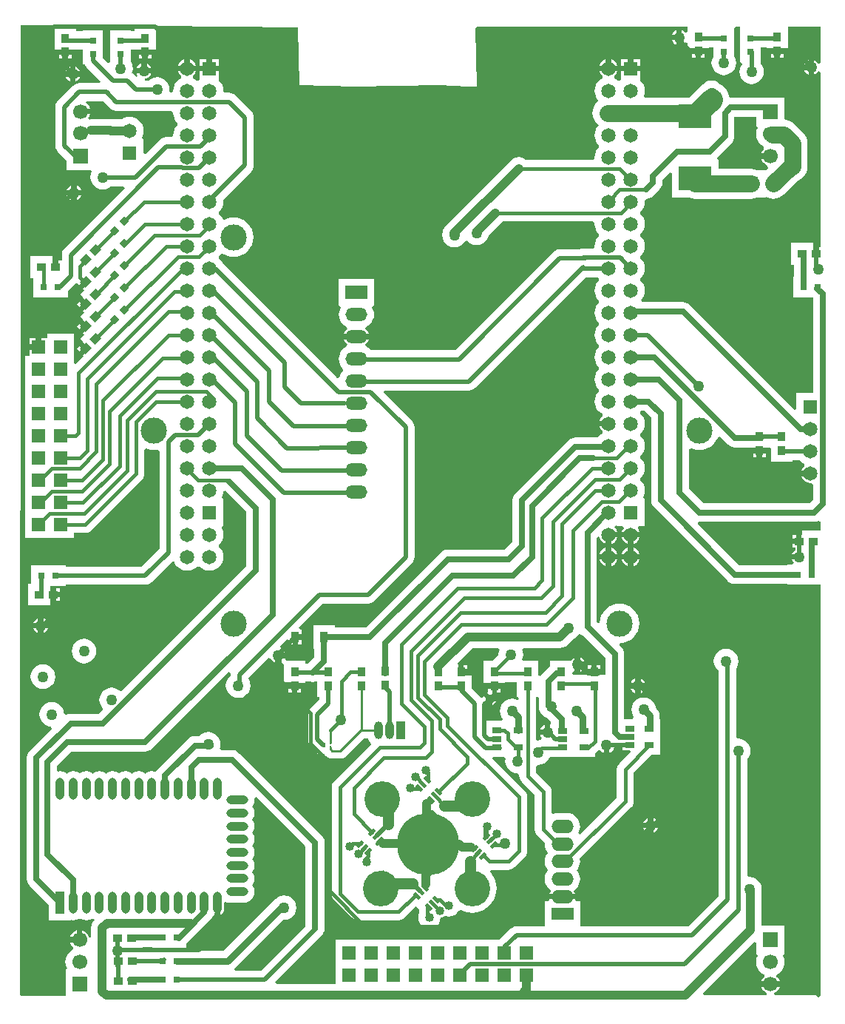
<source format=gtl>
%FSLAX25Y25*%
%MOIN*%
G70*
G01*
G75*
G04 Layer_Physical_Order=1*
G04 Layer_Color=255*
%ADD10R,0.03740X0.03937*%
%ADD11P,0.04454X4X90.0*%
G04:AMPARAMS|DCode=12|XSize=37.4mil|YSize=39.37mil|CornerRadius=0mil|HoleSize=0mil|Usage=FLASHONLY|Rotation=315.000|XOffset=0mil|YOffset=0mil|HoleType=Round|Shape=Rectangle|*
%AMROTATEDRECTD12*
4,1,4,-0.02714,-0.00070,0.00070,0.02714,0.02714,0.00070,-0.00070,-0.02714,-0.02714,-0.00070,0.0*
%
%ADD12ROTATEDRECTD12*%

%ADD13R,0.04200X0.02500*%
G04:AMPARAMS|DCode=14|XSize=106.3mil|YSize=62.99mil|CornerRadius=0mil|HoleSize=0mil|Usage=FLASHONLY|Rotation=225.000|XOffset=0mil|YOffset=0mil|HoleType=Round|Shape=Rectangle|*
%AMROTATEDRECTD14*
4,1,4,0.01531,0.05985,0.05985,0.01531,-0.01531,-0.05985,-0.05985,-0.01531,0.01531,0.05985,0.0*
%
%ADD14ROTATEDRECTD14*%

G04:AMPARAMS|DCode=15|XSize=106.3mil|YSize=62.99mil|CornerRadius=0mil|HoleSize=0mil|Usage=FLASHONLY|Rotation=315.000|XOffset=0mil|YOffset=0mil|HoleType=Round|Shape=Rectangle|*
%AMROTATEDRECTD15*
4,1,4,-0.05985,0.01531,-0.01531,0.05985,0.05985,-0.01531,0.01531,-0.05985,-0.05985,0.01531,0.0*
%
%ADD15ROTATEDRECTD15*%

G04:AMPARAMS|DCode=16|XSize=15.75mil|YSize=33.47mil|CornerRadius=0mil|HoleSize=0mil|Usage=FLASHONLY|Rotation=135.000|XOffset=0mil|YOffset=0mil|HoleType=Round|Shape=Rectangle|*
%AMROTATEDRECTD16*
4,1,4,0.01740,0.00626,-0.00626,-0.01740,-0.01740,-0.00626,0.00626,0.01740,0.01740,0.00626,0.0*
%
%ADD16ROTATEDRECTD16*%

G04:AMPARAMS|DCode=17|XSize=15.75mil|YSize=33.47mil|CornerRadius=0mil|HoleSize=0mil|Usage=FLASHONLY|Rotation=225.000|XOffset=0mil|YOffset=0mil|HoleType=Round|Shape=Rectangle|*
%AMROTATEDRECTD17*
4,1,4,-0.00626,0.01740,0.01740,-0.00626,0.00626,-0.01740,-0.01740,0.00626,-0.00626,0.01740,0.0*
%
%ADD17ROTATEDRECTD17*%

%ADD18R,0.04331X0.02559*%
%ADD19R,0.03150X0.03150*%
%ADD20O,0.03937X0.09843*%
%ADD21O,0.09843X0.03937*%
%ADD22R,0.03937X0.09843*%
%ADD23R,0.03150X0.03150*%
%ADD24R,0.03937X0.03740*%
%ADD25R,0.03602X0.04803*%
%ADD26R,0.15000X0.11000*%
%ADD27R,0.01024X0.00630*%
%ADD28R,0.01024X0.02008*%
%ADD29C,0.01500*%
%ADD30C,0.02000*%
%ADD31C,0.07500*%
%ADD32C,0.04000*%
%ADD33C,0.03000*%
%ADD34C,0.02500*%
%ADD35C,0.05000*%
%ADD36C,0.01000*%
%ADD37C,0.10000*%
%ADD38C,0.11800*%
%ADD39R,0.06496X0.06496*%
%ADD40C,0.06496*%
%ADD41O,0.10000X0.06000*%
%ADD42R,0.10000X0.05500*%
%ADD43R,0.06693X0.06693*%
%ADD44C,0.06693*%
%ADD45R,0.06496X0.06496*%
%ADD46C,0.28000*%
%ADD47R,0.04000X0.07874*%
%ADD48O,0.04000X0.07874*%
%ADD49O,0.03937X0.07874*%
%ADD50O,0.09843X0.06000*%
%ADD51R,0.09843X0.06000*%
%ADD52C,0.16000*%
%ADD53R,0.06000X0.06000*%
%ADD54R,0.06000X0.06000*%
%ADD55C,0.04000*%
%ADD56C,0.05000*%
G36*
X265561Y-119439D02*
X265634Y-119500D01*
Y-120500D01*
X265561Y-120561D01*
X264780Y-121512D01*
X264200Y-122597D01*
X263842Y-123775D01*
X263722Y-125000D01*
X263842Y-126225D01*
X264200Y-127403D01*
X264780Y-128488D01*
X265561Y-129439D01*
X265634Y-129500D01*
Y-130500D01*
X265561Y-130561D01*
X264780Y-131512D01*
X264200Y-132597D01*
X263842Y-133775D01*
X263722Y-135000D01*
X263842Y-136225D01*
X264200Y-137403D01*
X264780Y-138488D01*
X265561Y-139439D01*
X265634Y-139500D01*
Y-140500D01*
X265561Y-140561D01*
X264780Y-141512D01*
X264200Y-142597D01*
X263842Y-143775D01*
X263722Y-145000D01*
X263842Y-146225D01*
X264200Y-147403D01*
X264780Y-148488D01*
X265561Y-149439D01*
X265634Y-149500D01*
Y-150500D01*
X265561Y-150561D01*
X264780Y-151512D01*
X264200Y-152597D01*
X263842Y-153775D01*
X263722Y-155000D01*
X263842Y-156225D01*
X264200Y-157403D01*
X264780Y-158488D01*
X265561Y-159439D01*
X265634Y-159500D01*
Y-160500D01*
X265561Y-160561D01*
X264780Y-161512D01*
X264200Y-162597D01*
X263842Y-163775D01*
X263722Y-165000D01*
X263842Y-166225D01*
X264200Y-167403D01*
X264780Y-168488D01*
X265561Y-169439D01*
X265634Y-169500D01*
Y-170500D01*
X265561Y-170561D01*
X264780Y-171512D01*
X264200Y-172597D01*
X263842Y-173775D01*
X263722Y-175000D01*
X263842Y-176225D01*
X264200Y-177403D01*
X264780Y-178488D01*
X265561Y-179439D01*
X266512Y-180220D01*
X267313Y-180648D01*
X267383Y-181507D01*
X267325Y-181698D01*
X266970Y-181970D01*
X266289Y-182858D01*
X265920Y-183750D01*
X270000D01*
Y-186250D01*
X265920D01*
X266289Y-187142D01*
X266970Y-188030D01*
X267325Y-188302D01*
X267383Y-188493D01*
X267313Y-189352D01*
X266512Y-189780D01*
X265561Y-190561D01*
X265025Y-191213D01*
X255000D01*
X253890Y-191359D01*
X252857Y-191788D01*
X251969Y-192469D01*
X227969Y-216469D01*
X227288Y-217357D01*
X226859Y-218390D01*
X226713Y-219500D01*
Y-238224D01*
X223224Y-241713D01*
X197500D01*
X196390Y-241859D01*
X195357Y-242288D01*
X194469Y-242969D01*
X160630Y-276807D01*
X146465D01*
Y-275693D01*
X136862D01*
Y-286496D01*
X137377D01*
Y-290251D01*
X134510Y-293118D01*
X133370D01*
Y-291882D01*
X124861D01*
X124534Y-291631D01*
X124146Y-291050D01*
X124271Y-290750D01*
X122250D01*
Y-292771D01*
X122765Y-292557D01*
X123630Y-293684D01*
Y-301819D01*
X125630D01*
Y-301900D01*
X131370D01*
Y-301819D01*
X133370D01*
Y-301187D01*
X135473D01*
X135516Y-301205D01*
X136626Y-301351D01*
X137735Y-301205D01*
X137778Y-301187D01*
X138630D01*
Y-301819D01*
Y-308118D01*
X139465D01*
Y-309329D01*
X135647Y-313147D01*
X135006Y-313983D01*
X134603Y-314956D01*
X134466Y-316000D01*
X134466Y-316000D01*
Y-327121D01*
X134466Y-327121D01*
X134603Y-328165D01*
X135006Y-329138D01*
X135647Y-329974D01*
X138468Y-332794D01*
Y-333935D01*
X140998D01*
X141323Y-333978D01*
X141647Y-333935D01*
X141942D01*
X142056Y-334085D01*
X142665Y-334693D01*
X142795Y-334863D01*
X143526Y-335424D01*
X144378Y-335776D01*
X145291Y-335897D01*
X149095D01*
X150008Y-335776D01*
X150860Y-335424D01*
X151591Y-334863D01*
X159682Y-326771D01*
X161590D01*
X161980Y-327715D01*
X162777Y-328753D01*
X162833Y-329609D01*
X146326Y-346116D01*
X145724Y-346900D01*
X145346Y-347812D01*
X145218Y-348791D01*
Y-396764D01*
X145218Y-396764D01*
X145218D01*
X145346Y-397743D01*
X145724Y-398655D01*
X146326Y-399438D01*
X154437Y-407550D01*
X155221Y-408151D01*
X155866Y-408418D01*
X156133Y-408529D01*
X157112Y-408658D01*
X175325D01*
X176304Y-408529D01*
X177216Y-408151D01*
X177999Y-407550D01*
X183037Y-402512D01*
X183830Y-403305D01*
X184056Y-403531D01*
X184056Y-403531D01*
X184056D01*
X184172Y-403647D01*
X184672Y-404147D01*
Y-405363D01*
X184318Y-406218D01*
X184146Y-407523D01*
X184318Y-408828D01*
X184822Y-410045D01*
X185623Y-411089D01*
X186668Y-411891D01*
X187884Y-412394D01*
X189189Y-412566D01*
X190495Y-412394D01*
X191711Y-411891D01*
X192755Y-411089D01*
X193557Y-410045D01*
X194061Y-408828D01*
X194232Y-407523D01*
X194295Y-407441D01*
X194849Y-407368D01*
X195579Y-407066D01*
X196135Y-406639D01*
X196695Y-406871D01*
X198000Y-407043D01*
X199305Y-406871D01*
X200522Y-406367D01*
X201566Y-405566D01*
X202367Y-404522D01*
X202402Y-404438D01*
X203353Y-404129D01*
X203466Y-404199D01*
X205065Y-404861D01*
X206749Y-405265D01*
X208475Y-405401D01*
X210201Y-405265D01*
X211885Y-404861D01*
X213485Y-404199D01*
X214961Y-403294D01*
X216277Y-402169D01*
X217402Y-400853D01*
X218307Y-399377D01*
X218969Y-397777D01*
X219373Y-396093D01*
X219509Y-394367D01*
X219373Y-392641D01*
X218969Y-390957D01*
X218307Y-389358D01*
X217402Y-387881D01*
X216616Y-386962D01*
X217035Y-386053D01*
X224796D01*
X225775Y-385925D01*
X226687Y-385547D01*
X227471Y-384946D01*
X227471Y-384946D01*
X227471Y-384946D01*
X232250Y-380166D01*
X232851Y-379383D01*
X233229Y-378471D01*
X233358Y-377492D01*
X233358Y-377492D01*
X233358Y-377492D01*
Y-377492D01*
Y-353208D01*
X233229Y-352229D01*
X232851Y-351317D01*
X232250Y-350534D01*
X217675Y-335958D01*
X218057Y-335034D01*
X221000D01*
X221112Y-335020D01*
X222955D01*
X223614Y-335772D01*
X223452Y-337000D01*
X223642Y-338436D01*
X224196Y-339774D01*
X225077Y-340923D01*
X226226Y-341804D01*
X227564Y-342358D01*
X229000Y-342547D01*
X229718Y-343177D01*
X229718Y-343177D01*
X229718Y-343656D01*
X229718Y-343656D01*
X229718D01*
X229847Y-344635D01*
X230224Y-345547D01*
X230825Y-346331D01*
X236741Y-352246D01*
Y-367818D01*
X236741Y-367818D01*
X236741D01*
X236870Y-368797D01*
X237247Y-369709D01*
X237848Y-370493D01*
X241211Y-373855D01*
X241157Y-374405D01*
X241273Y-375581D01*
X241616Y-376712D01*
X242173Y-377754D01*
X242655Y-378342D01*
X242173Y-378929D01*
X241616Y-379972D01*
X241273Y-381103D01*
X241157Y-382279D01*
X241273Y-383455D01*
X241616Y-384586D01*
X242173Y-385629D01*
X242655Y-386216D01*
X242173Y-386803D01*
X241616Y-387846D01*
X241273Y-388977D01*
X241157Y-390153D01*
X241273Y-391329D01*
X241616Y-392460D01*
X242173Y-393502D01*
X242923Y-394416D01*
X243837Y-395166D01*
X243947Y-395677D01*
X243692Y-396010D01*
X243374Y-396777D01*
X254998D01*
X254680Y-396010D01*
X254425Y-395677D01*
X254536Y-395166D01*
X255449Y-394416D01*
X256199Y-393502D01*
X256756Y-392460D01*
X257099Y-391329D01*
X257215Y-390153D01*
X257099Y-388977D01*
X256756Y-387846D01*
X256199Y-386803D01*
X255717Y-386216D01*
X256199Y-385629D01*
X256756Y-384586D01*
X257099Y-383455D01*
X257215Y-382279D01*
X257099Y-381103D01*
X257048Y-380934D01*
X280211Y-357772D01*
X280812Y-356988D01*
X281190Y-356076D01*
X281190Y-356076D01*
X281190Y-356076D01*
X281319Y-355097D01*
Y-342245D01*
X289569Y-333995D01*
X293358D01*
Y-326595D01*
Y-318095D01*
X293084D01*
Y-316599D01*
X292930Y-315424D01*
X292476Y-314330D01*
X291755Y-313390D01*
X291236Y-312871D01*
X291179Y-312439D01*
X290625Y-311101D01*
X289744Y-309952D01*
X288595Y-309071D01*
X287257Y-308516D01*
X285821Y-308327D01*
X284385Y-308516D01*
X283047Y-309071D01*
X281898Y-309952D01*
X281017Y-311101D01*
X280463Y-312439D01*
X280274Y-313875D01*
X280463Y-315311D01*
X281017Y-316649D01*
X281438Y-317198D01*
X280996Y-318095D01*
X277125D01*
Y-288869D01*
X276979Y-287759D01*
X276551Y-286725D01*
X275870Y-285838D01*
X274894Y-284862D01*
X275231Y-283920D01*
X276745Y-283771D01*
X278422Y-283262D01*
X279969Y-282436D01*
X281324Y-281324D01*
X282436Y-279969D01*
X283262Y-278422D01*
X283771Y-276745D01*
X283943Y-275000D01*
X283771Y-273255D01*
X283262Y-271578D01*
X282436Y-270031D01*
X281324Y-268676D01*
X279969Y-267564D01*
X278422Y-266738D01*
X276745Y-266229D01*
X275000Y-266057D01*
X273255Y-266229D01*
X271578Y-266738D01*
X270031Y-267564D01*
X268676Y-268676D01*
X267564Y-270031D01*
X266738Y-271578D01*
X266229Y-273255D01*
X266080Y-274769D01*
X265604Y-274939D01*
X264787Y-274363D01*
Y-245591D01*
X264787Y-245591D01*
Y-244409D01*
X264787Y-244409D01*
Y-236485D01*
X265599Y-235902D01*
X265845Y-235986D01*
X265861Y-236109D01*
X266289Y-237142D01*
X266970Y-238030D01*
X267858Y-238711D01*
X268750Y-239080D01*
Y-235000D01*
X270000D01*
Y-233750D01*
X274080D01*
X273711Y-232858D01*
X273030Y-231970D01*
X272675Y-231698D01*
X272617Y-231507D01*
X272628Y-231368D01*
X273518Y-230911D01*
X273752Y-231052D01*
Y-231248D01*
X276394D01*
X276836Y-232145D01*
X276289Y-232858D01*
X275920Y-233750D01*
X284080D01*
X283711Y-232858D01*
X283164Y-232145D01*
X283606Y-231248D01*
X286248D01*
Y-218752D01*
X286052D01*
X285538Y-217894D01*
X285800Y-217403D01*
X286158Y-216225D01*
X286278Y-215000D01*
X286158Y-213775D01*
X285800Y-212597D01*
X285220Y-211512D01*
X284439Y-210561D01*
X284366Y-210500D01*
Y-209500D01*
X284439Y-209439D01*
X285220Y-208488D01*
X285800Y-207403D01*
X286158Y-206225D01*
X286278Y-205000D01*
X286158Y-203775D01*
X285800Y-202597D01*
X285220Y-201512D01*
X284439Y-200561D01*
X284366Y-200500D01*
Y-199500D01*
X284439Y-199439D01*
X285220Y-198488D01*
X285800Y-197403D01*
X286158Y-196225D01*
X286278Y-195000D01*
X286158Y-193775D01*
X285800Y-192597D01*
X285220Y-191512D01*
X284439Y-190561D01*
X284366Y-190500D01*
Y-189500D01*
X284439Y-189439D01*
X285220Y-188488D01*
X285800Y-187403D01*
X286158Y-186225D01*
X286278Y-185000D01*
X286158Y-183775D01*
X285800Y-182597D01*
X285220Y-181512D01*
X284439Y-180561D01*
X284366Y-180500D01*
Y-179500D01*
X284439Y-179439D01*
X284565Y-179287D01*
X286224D01*
X289213Y-182276D01*
Y-219500D01*
X289213Y-219500D01*
X289213D01*
X289359Y-220609D01*
X289788Y-221643D01*
X290469Y-222531D01*
X323969Y-256031D01*
X324354Y-256327D01*
X324857Y-256712D01*
X325890Y-257141D01*
X327000Y-257287D01*
X350776D01*
Y-257575D01*
X365500D01*
Y-442500D01*
X364500Y-443500D01*
X363500Y-442500D01*
X344805Y-442518D01*
X344610Y-441538D01*
X345192Y-441297D01*
X346100Y-440600D01*
X346797Y-439692D01*
X347187Y-438750D01*
X338813D01*
X339203Y-439692D01*
X339900Y-440600D01*
X340808Y-441297D01*
X341398Y-441541D01*
X341204Y-442522D01*
X312970Y-442550D01*
X312587Y-441626D01*
X335730Y-418484D01*
X336653Y-418866D01*
Y-423846D01*
X336784D01*
X337298Y-424704D01*
X337108Y-425060D01*
X336745Y-426256D01*
X336623Y-427500D01*
X336745Y-428744D01*
X337108Y-429940D01*
X337698Y-431043D01*
X338491Y-432009D01*
X339457Y-432802D01*
X340132Y-433163D01*
X340213Y-434160D01*
X339900Y-434400D01*
X339203Y-435308D01*
X338813Y-436250D01*
X347187D01*
X346797Y-435308D01*
X346100Y-434400D01*
X345787Y-434160D01*
X345868Y-433163D01*
X346543Y-432802D01*
X347509Y-432009D01*
X348302Y-431043D01*
X348892Y-429940D01*
X349255Y-428744D01*
X349377Y-427500D01*
X349255Y-426256D01*
X348892Y-425060D01*
X348702Y-424704D01*
X349216Y-423846D01*
X349346D01*
Y-411154D01*
X338910D01*
Y-395732D01*
X339041Y-394737D01*
X338852Y-393301D01*
X338298Y-391963D01*
X337417Y-390814D01*
X336268Y-389933D01*
X334930Y-389378D01*
X333494Y-389189D01*
X333286Y-389217D01*
X332535Y-388557D01*
Y-336277D01*
X333304Y-335274D01*
X333858Y-333936D01*
X334048Y-332500D01*
X333858Y-331064D01*
X333304Y-329726D01*
X332423Y-328577D01*
X331274Y-327696D01*
X329936Y-327142D01*
X328500Y-326953D01*
X328286Y-326981D01*
X327535Y-326321D01*
Y-295125D01*
X327804Y-294774D01*
X328358Y-293436D01*
X328548Y-292000D01*
X328358Y-290564D01*
X327804Y-289226D01*
X326923Y-288077D01*
X325774Y-287196D01*
X324436Y-286642D01*
X323000Y-286453D01*
X321564Y-286642D01*
X320226Y-287196D01*
X319077Y-288077D01*
X318196Y-289226D01*
X317642Y-290564D01*
X317453Y-292000D01*
X317642Y-293436D01*
X318196Y-294774D01*
X319077Y-295923D01*
X319465Y-296220D01*
Y-397829D01*
X305829Y-411466D01*
X257186D01*
Y-400151D01*
X255536D01*
X254980Y-399320D01*
X254998Y-399277D01*
X243374D01*
X243392Y-399320D01*
X242836Y-400151D01*
X241186D01*
Y-411466D01*
X228500D01*
X228500Y-411466D01*
X227456Y-411603D01*
X226483Y-412006D01*
X225647Y-412647D01*
X220730Y-417565D01*
X147038D01*
Y-429565D01*
Y-437457D01*
X120147D01*
X119764Y-436533D01*
X140625Y-415672D01*
X141266Y-414837D01*
X141346Y-414645D01*
X141369Y-414615D01*
X141797Y-413581D01*
X141943Y-412472D01*
Y-373668D01*
X141797Y-372559D01*
X141369Y-371525D01*
X140688Y-370637D01*
X103424Y-333374D01*
X102536Y-332693D01*
X101502Y-332264D01*
X100393Y-332118D01*
X95269D01*
X94713Y-331287D01*
X94858Y-330936D01*
X95047Y-329500D01*
X94858Y-328064D01*
X94304Y-326726D01*
X93423Y-325577D01*
X92274Y-324696D01*
X90936Y-324142D01*
X89500Y-323953D01*
X88064Y-324142D01*
X86726Y-324696D01*
X85577Y-325577D01*
X85473Y-325713D01*
X83500D01*
X82390Y-325859D01*
X81357Y-326288D01*
X80469Y-326969D01*
X66957Y-340481D01*
X66276Y-341368D01*
X66240Y-341455D01*
X65380Y-341811D01*
X64083Y-341640D01*
X62786Y-341811D01*
X61577Y-342312D01*
X61130Y-342655D01*
X60683Y-342312D01*
X59474Y-341811D01*
X58177Y-341640D01*
X56880Y-341811D01*
X55672Y-342312D01*
X55225Y-342655D01*
X54777Y-342312D01*
X53569Y-341811D01*
X52272Y-341640D01*
X50975Y-341811D01*
X49766Y-342312D01*
X49319Y-342655D01*
X48872Y-342312D01*
X47663Y-341811D01*
X46366Y-341640D01*
X45069Y-341811D01*
X43861Y-342312D01*
X43413Y-342655D01*
X42966Y-342312D01*
X41758Y-341811D01*
X40461Y-341640D01*
X39164Y-341811D01*
X37955Y-342312D01*
X37508Y-342655D01*
X37061Y-342312D01*
X35852Y-341811D01*
X34555Y-341640D01*
X33258Y-341811D01*
X32050Y-342312D01*
X31602Y-342655D01*
X31155Y-342312D01*
X29947Y-341811D01*
X28650Y-341640D01*
X27353Y-341811D01*
X26144Y-342312D01*
X25697Y-342655D01*
X25250Y-342312D01*
X24041Y-341811D01*
X22744Y-341640D01*
X22087Y-341727D01*
X21335Y-341068D01*
Y-339227D01*
X27776Y-332787D01*
X61000D01*
X62110Y-332641D01*
X63143Y-332212D01*
X64031Y-331531D01*
X98654Y-296908D01*
X99551Y-297350D01*
X99466Y-298000D01*
X99466Y-298000D01*
Y-298780D01*
X99077Y-299077D01*
X98196Y-300226D01*
X97642Y-301564D01*
X97452Y-303000D01*
X97642Y-304436D01*
X98196Y-305774D01*
X99077Y-306923D01*
X100226Y-307804D01*
X101564Y-308358D01*
X103000Y-308547D01*
X103299Y-308508D01*
X103500Y-308535D01*
X104544Y-308397D01*
X105517Y-307994D01*
X105754Y-307812D01*
X105774Y-307804D01*
X106923Y-306923D01*
X107804Y-305774D01*
X108358Y-304436D01*
X108547Y-303000D01*
X108358Y-301564D01*
X107804Y-300226D01*
X107535Y-299875D01*
Y-299671D01*
X116720Y-290486D01*
X117701Y-290681D01*
X117943Y-291265D01*
X118504Y-291996D01*
X119235Y-292557D01*
X119750Y-292771D01*
Y-289500D01*
X121000D01*
Y-288250D01*
X124271D01*
X124057Y-287735D01*
X123496Y-287004D01*
X122765Y-286443D01*
X122181Y-286201D01*
X121986Y-285220D01*
X125045Y-282161D01*
X125968Y-282544D01*
Y-284496D01*
X127520D01*
Y-281094D01*
X128770D01*
Y-279844D01*
X131571D01*
Y-277693D01*
X130820D01*
X130437Y-276769D01*
X141171Y-266035D01*
X161500D01*
X161500Y-266035D01*
X162544Y-265897D01*
X163517Y-265494D01*
X164353Y-264853D01*
X181353Y-247853D01*
X181994Y-247017D01*
X182397Y-246044D01*
X182535Y-245000D01*
Y-186500D01*
X182535Y-186500D01*
X182535Y-186500D01*
Y-186500D01*
X182535D01*
X182535Y-186500D01*
X182397Y-185456D01*
X181994Y-184483D01*
X181716Y-184120D01*
X181353Y-183647D01*
X181353Y-183647D01*
X168664Y-170958D01*
X169047Y-170035D01*
X207000D01*
X207000Y-170035D01*
X208044Y-169897D01*
X209017Y-169494D01*
X209853Y-168853D01*
X259671Y-119035D01*
X265228D01*
X265561Y-119439D01*
D02*
G37*
G36*
X323969Y-194531D02*
X324857Y-195212D01*
X325890Y-195641D01*
X327000Y-195787D01*
X333130D01*
Y-195819D01*
X335130D01*
Y-195900D01*
X340870D01*
Y-195819D01*
X342870D01*
D01*
X342870D01*
X343130Y-196079D01*
Y-202118D01*
X352870D01*
Y-201535D01*
X356228D01*
X356561Y-201939D01*
X357512Y-202720D01*
X358313Y-203148D01*
X358383Y-204007D01*
X358325Y-204198D01*
X357970Y-204470D01*
X357289Y-205358D01*
X356920Y-206250D01*
X361000D01*
Y-208750D01*
X356920D01*
X357289Y-209642D01*
X357970Y-210530D01*
X358858Y-211211D01*
X359891Y-211639D01*
X361000Y-211785D01*
X361461Y-211724D01*
X362213Y-212383D01*
Y-219224D01*
X360724Y-220713D01*
X312776D01*
X306287Y-214224D01*
Y-196545D01*
X307144Y-196031D01*
X307578Y-196262D01*
X309255Y-196771D01*
X311000Y-196943D01*
X312745Y-196771D01*
X314422Y-196262D01*
X315968Y-195436D01*
X317324Y-194324D01*
X318436Y-192968D01*
X319262Y-191422D01*
X319352Y-191127D01*
X320322Y-190884D01*
X323969Y-194531D01*
D02*
G37*
G36*
X336653Y-50846D02*
X336784D01*
X337298Y-51704D01*
X337108Y-52060D01*
X336745Y-53256D01*
X336623Y-54500D01*
X336745Y-55744D01*
X337108Y-56940D01*
X337698Y-58043D01*
X338491Y-59009D01*
X339031Y-59453D01*
X339072Y-59503D01*
X340045Y-60302D01*
X340029Y-61301D01*
X339900Y-61400D01*
X339203Y-62308D01*
X338813Y-63250D01*
X343000D01*
Y-65750D01*
X338813D01*
X339203Y-66692D01*
X339900Y-67600D01*
X340808Y-68297D01*
X341775Y-68697D01*
X341970Y-69678D01*
X340804Y-70843D01*
X340516Y-70723D01*
Y-70723D01*
X340516Y-70723D01*
X336898D01*
X336864Y-70705D01*
X335591Y-70319D01*
X334268Y-70189D01*
X319616D01*
Y-66104D01*
X319264D01*
X318882Y-65180D01*
X325531Y-58531D01*
X325827Y-58146D01*
X326212Y-57643D01*
X326641Y-56609D01*
X326787Y-55500D01*
Y-46787D01*
X336653D01*
Y-50846D01*
D02*
G37*
G36*
X20130Y-5480D02*
Y-6382D01*
X20130D01*
Y-16319D01*
X22130D01*
Y-16400D01*
X27870D01*
Y-16385D01*
X32925D01*
Y-16925D01*
Y-23224D01*
X33885D01*
X34006Y-23517D01*
X34647Y-24353D01*
X40976Y-30682D01*
X40593Y-31606D01*
X36087D01*
X36081Y-31603D01*
X35037Y-31466D01*
X33993Y-31603D01*
X33986Y-31606D01*
X31319D01*
X30275Y-31743D01*
X29302Y-32146D01*
X28939Y-32425D01*
X28466Y-32787D01*
X28466Y-32787D01*
X21777Y-39476D01*
X21136Y-40312D01*
X20733Y-41285D01*
X20596Y-42329D01*
X20596Y-42329D01*
Y-59715D01*
X20596Y-59715D01*
X20733Y-60759D01*
X21136Y-61732D01*
X21777Y-62568D01*
X25758Y-66548D01*
Y-70665D01*
X36528D01*
X37084Y-71496D01*
X36642Y-72564D01*
X36452Y-74000D01*
X36642Y-75436D01*
X37196Y-76774D01*
X38077Y-77923D01*
X39226Y-78804D01*
X40564Y-79358D01*
X42000Y-79548D01*
X43436Y-79358D01*
X44774Y-78804D01*
X45777Y-78035D01*
X51453D01*
X51836Y-78958D01*
X24647Y-106147D01*
X24006Y-106983D01*
X23603Y-107956D01*
X23465Y-109000D01*
X23465Y-109000D01*
Y-111630D01*
X21900D01*
Y-114500D01*
X19400D01*
Y-111630D01*
X19319D01*
Y-109630D01*
X9382D01*
Y-119370D01*
X10776D01*
Y-128075D01*
X26224D01*
Y-125481D01*
X29777Y-121929D01*
X30777D01*
X31290Y-122442D01*
X33389Y-120343D01*
X35157Y-122111D01*
X33058Y-124210D01*
X33730Y-124882D01*
X31770Y-126842D01*
X33184Y-128257D01*
X33127Y-128314D01*
X35157Y-130343D01*
X34273Y-131227D01*
X35157Y-132111D01*
X33058Y-134210D01*
X33730Y-134882D01*
X31770Y-136843D01*
X33184Y-138257D01*
X33127Y-138314D01*
X35157Y-140343D01*
X34273Y-141227D01*
X35157Y-142111D01*
X33058Y-144210D01*
X33730Y-144883D01*
X31770Y-146843D01*
X33184Y-148257D01*
X33127Y-148314D01*
X35157Y-150343D01*
X34273Y-151227D01*
X35157Y-152111D01*
X33058Y-154210D01*
X33388Y-154540D01*
X29813Y-158115D01*
X28889Y-157733D01*
Y-156428D01*
Y-144428D01*
X16889D01*
Y-146428D01*
X14139D01*
Y-150428D01*
X12889D01*
Y-151678D01*
X8889D01*
Y-154428D01*
X6889D01*
Y-166428D01*
Y-176428D01*
Y-186428D01*
Y-196428D01*
Y-206428D01*
Y-216428D01*
Y-226428D01*
Y-236428D01*
X28889D01*
Y-234210D01*
X34072D01*
X35051Y-234082D01*
X35963Y-233704D01*
X36746Y-233102D01*
X59675Y-210174D01*
X60276Y-209391D01*
X60654Y-208479D01*
X60654Y-208479D01*
X60654Y-208479D01*
X60782Y-207500D01*
Y-196860D01*
X61586Y-196265D01*
X63255Y-196771D01*
X65000Y-196943D01*
X66724Y-196773D01*
X67466Y-197445D01*
Y-241329D01*
X59329Y-249465D01*
X25224D01*
Y-248925D01*
X9776D01*
Y-257130D01*
X8382D01*
Y-266870D01*
X18319D01*
Y-264870D01*
X18400D01*
Y-262000D01*
Y-259130D01*
X18385D01*
Y-258075D01*
X25224D01*
Y-257535D01*
X61000D01*
X61000Y-257535D01*
X62044Y-257397D01*
X63017Y-256994D01*
X63853Y-256353D01*
X73187Y-247019D01*
X74157Y-247262D01*
X74200Y-247403D01*
X74780Y-248488D01*
X75561Y-249439D01*
X76512Y-250220D01*
X77597Y-250800D01*
X78775Y-251158D01*
X80000Y-251278D01*
X81225Y-251158D01*
X82403Y-250800D01*
X83488Y-250220D01*
X84439Y-249439D01*
X84500Y-249366D01*
X85500D01*
X85561Y-249439D01*
X86512Y-250220D01*
X87597Y-250800D01*
X88775Y-251158D01*
X90000Y-251278D01*
X91225Y-251158D01*
X92403Y-250800D01*
X93488Y-250220D01*
X94439Y-249439D01*
X95220Y-248488D01*
X95800Y-247403D01*
X96158Y-246225D01*
X96278Y-245000D01*
X96158Y-243775D01*
X95800Y-242597D01*
X95220Y-241512D01*
X94439Y-240561D01*
X94366Y-240500D01*
Y-239500D01*
X94439Y-239439D01*
X95220Y-238488D01*
X95800Y-237403D01*
X96158Y-236225D01*
X96278Y-235000D01*
X96158Y-233775D01*
X95800Y-232597D01*
X95538Y-232106D01*
X96052Y-231248D01*
X96248D01*
Y-218752D01*
X96052D01*
X95538Y-217894D01*
X95800Y-217403D01*
X96158Y-216225D01*
X96223Y-215564D01*
X97164Y-215227D01*
X106713Y-224776D01*
Y-249224D01*
X62219Y-293719D01*
X62110Y-293860D01*
X61969Y-293969D01*
X50333Y-305604D01*
X49923Y-305577D01*
X48774Y-304696D01*
X47436Y-304142D01*
X46000Y-303953D01*
X44564Y-304142D01*
X43226Y-304696D01*
X42077Y-305577D01*
X41196Y-306726D01*
X40642Y-308064D01*
X40453Y-309500D01*
X40642Y-310936D01*
X41196Y-312274D01*
X42077Y-313423D01*
X42104Y-313833D01*
X40224Y-315713D01*
X27500D01*
X26390Y-315859D01*
X25384Y-316276D01*
X25319Y-316239D01*
X24426Y-315074D01*
X24358Y-314564D01*
X23804Y-313226D01*
X22923Y-312077D01*
X21774Y-311196D01*
X20436Y-310642D01*
X19000Y-310453D01*
X17564Y-310642D01*
X16226Y-311196D01*
X15077Y-312077D01*
X14196Y-313226D01*
X13642Y-314564D01*
X13453Y-316000D01*
X13642Y-317436D01*
X14196Y-318774D01*
X15077Y-319923D01*
X16226Y-320804D01*
X17564Y-321358D01*
X18666Y-321503D01*
X18987Y-322450D01*
X8992Y-332446D01*
X8311Y-333333D01*
X7883Y-334367D01*
X7737Y-335477D01*
Y-390065D01*
X7737Y-390065D01*
X7737D01*
X7883Y-391174D01*
X8311Y-392208D01*
X8992Y-393096D01*
X17776Y-401879D01*
Y-408707D01*
X27713D01*
Y-408707D01*
X27793Y-408637D01*
X28650Y-408750D01*
X29947Y-408579D01*
X31155Y-408078D01*
X31602Y-407735D01*
X32050Y-408078D01*
X33258Y-408579D01*
X34555Y-408750D01*
X35852Y-408579D01*
X37061Y-408078D01*
X37085Y-408060D01*
X38058Y-408291D01*
X38042Y-408260D01*
X38226Y-408641D01*
X38226Y-408641D01*
X38226D01*
X37425Y-409686D01*
X36921Y-410902D01*
X36749Y-412208D01*
Y-416428D01*
X35752Y-416494D01*
X35735Y-416365D01*
X35297Y-415308D01*
X34600Y-414400D01*
X33692Y-413703D01*
X32750Y-413313D01*
Y-417500D01*
X31500D01*
Y-418750D01*
X27313D01*
X27703Y-419692D01*
X28400Y-420600D01*
X28713Y-420840D01*
X28632Y-421837D01*
X27957Y-422198D01*
X26991Y-422991D01*
X26198Y-423957D01*
X25608Y-425060D01*
X25245Y-426256D01*
X25123Y-427500D01*
X25245Y-428744D01*
X25608Y-429940D01*
X25798Y-430296D01*
X25284Y-431153D01*
X25154D01*
Y-442834D01*
X5414Y-442853D01*
X4707Y-442146D01*
X4961Y-9426D01*
X5070Y-5341D01*
X20130Y-5480D01*
D02*
G37*
G36*
X45253Y-42853D02*
X46089Y-43494D01*
X47062Y-43897D01*
X48106Y-44034D01*
X48106Y-44034D01*
X73072D01*
X73744Y-44776D01*
X73722Y-45000D01*
X73842Y-46225D01*
X74200Y-47403D01*
X74780Y-48488D01*
X75561Y-49439D01*
X75634Y-49500D01*
Y-50500D01*
X75561Y-50561D01*
X74780Y-51512D01*
X74200Y-52597D01*
X73842Y-53775D01*
X73722Y-55000D01*
X73744Y-55225D01*
X73072Y-55966D01*
X70500D01*
X70500Y-55966D01*
X69456Y-56103D01*
X68483Y-56506D01*
X67647Y-57147D01*
X61172Y-63622D01*
X60248Y-63240D01*
Y-56752D01*
X60052D01*
X59538Y-55894D01*
X59800Y-55403D01*
X60158Y-54225D01*
X60278Y-53000D01*
X60158Y-51775D01*
X59800Y-50597D01*
X59220Y-49512D01*
X58439Y-48561D01*
X57488Y-47780D01*
X56403Y-47200D01*
X55225Y-46842D01*
X54000Y-46722D01*
X52775Y-46842D01*
X51597Y-47200D01*
X50512Y-47780D01*
X50296Y-47957D01*
X45850D01*
X45447Y-47904D01*
X36593D01*
X35929Y-47991D01*
X35429Y-47125D01*
X35901Y-46510D01*
X36291Y-45568D01*
X32104D01*
Y-43069D01*
X36291D01*
X35901Y-42127D01*
X35204Y-41219D01*
X34426Y-40622D01*
X34747Y-39675D01*
X42075D01*
X45253Y-42853D01*
D02*
G37*
G36*
X365500Y-229135D02*
Y-233130D01*
X357181D01*
Y-235130D01*
X357100D01*
Y-238000D01*
X355850D01*
Y-239250D01*
X352882D01*
Y-240870D01*
X354262D01*
X354457Y-241851D01*
X354235Y-241943D01*
X353504Y-242504D01*
X352943Y-243235D01*
X352729Y-243750D01*
X356000D01*
Y-246250D01*
X352729D01*
X352943Y-246765D01*
X353504Y-247496D01*
X352791Y-248425D01*
X350776D01*
Y-248713D01*
X328776D01*
X310198Y-230136D01*
X310641Y-229239D01*
X311000Y-229287D01*
X362500D01*
X363610Y-229141D01*
X364643Y-228712D01*
X365500Y-229135D01*
D02*
G37*
G36*
X270345Y-333222D02*
X270860Y-333008D01*
X271591Y-332447D01*
X272152Y-331716D01*
X272505Y-330865D01*
X272548Y-330537D01*
X273414Y-330037D01*
X273771Y-330185D01*
X273771Y-330185D01*
X273771Y-330185D01*
D01*
X273771Y-330185D01*
X273771Y-330185D01*
X274458Y-330276D01*
Y-330295D01*
X274602D01*
X274881Y-330331D01*
X276458D01*
Y-331995D01*
X279565D01*
X279947Y-332919D01*
X274862Y-338004D01*
X274261Y-338787D01*
X273883Y-339700D01*
X273754Y-340679D01*
Y-353530D01*
X257225Y-370059D01*
X256422Y-369463D01*
X256756Y-368838D01*
X257099Y-367707D01*
X257215Y-366531D01*
X257099Y-365355D01*
X256756Y-364224D01*
X256199Y-363181D01*
X255449Y-362268D01*
X254536Y-361518D01*
X253493Y-360961D01*
X252362Y-360618D01*
X251186Y-360502D01*
X247186D01*
X246010Y-360618D01*
X245109Y-360891D01*
X244305Y-360296D01*
Y-350679D01*
X244177Y-349700D01*
X243799Y-348788D01*
X243198Y-348005D01*
X237282Y-342089D01*
Y-339462D01*
X238034Y-338803D01*
X238230Y-338829D01*
X239666Y-338640D01*
X241004Y-338086D01*
X242153Y-337204D01*
X243035Y-336055D01*
X243462Y-335023D01*
X244232D01*
Y-335133D01*
X264012D01*
Y-333337D01*
X265326Y-332024D01*
X266323Y-332089D01*
X266599Y-332447D01*
X267330Y-333008D01*
X267845Y-333222D01*
Y-329951D01*
X270345D01*
Y-333222D01*
D02*
G37*
G36*
X133370Y-375444D02*
Y-411516D01*
X113420Y-431465D01*
X101572D01*
X101251Y-430518D01*
X101654Y-430209D01*
X123291Y-408572D01*
X123750Y-408632D01*
X125186Y-408443D01*
X126524Y-407889D01*
X127673Y-407008D01*
X128554Y-405859D01*
X129108Y-404521D01*
X129297Y-403085D01*
X129108Y-401649D01*
X128554Y-400311D01*
X127673Y-399162D01*
X126524Y-398281D01*
X125186Y-397726D01*
X123750Y-397537D01*
X122314Y-397726D01*
X120976Y-398281D01*
X119827Y-399162D01*
X119709Y-399316D01*
X96564Y-422461D01*
X79724D01*
Y-422425D01*
X64276D01*
Y-422965D01*
X60118D01*
Y-422130D01*
X59980D01*
Y-421751D01*
X59980D01*
X59980Y-420793D01*
X64344D01*
Y-421081D01*
X79792D01*
Y-419281D01*
X90736Y-408338D01*
X91032Y-407952D01*
X91417Y-407450D01*
X91644Y-406902D01*
X92360Y-406606D01*
Y-405483D01*
X92546Y-405035D01*
X92716Y-403738D01*
Y-400786D01*
X94860D01*
Y-406434D01*
X95107Y-406331D01*
X95727Y-405856D01*
X96203Y-405235D01*
X96502Y-404513D01*
X96604Y-403738D01*
Y-400936D01*
X97436Y-400381D01*
X98219Y-400705D01*
X99516Y-400876D01*
X105421D01*
X106718Y-400705D01*
X107927Y-400204D01*
X108965Y-399408D01*
X109761Y-398370D01*
X110262Y-397161D01*
X110433Y-395864D01*
X110262Y-394567D01*
X109761Y-393359D01*
X109418Y-392912D01*
X109761Y-392464D01*
X110262Y-391256D01*
X110433Y-389959D01*
X110262Y-388662D01*
X109761Y-387453D01*
X109418Y-387006D01*
X109761Y-386559D01*
X110262Y-385350D01*
X110433Y-384053D01*
X110262Y-382756D01*
X109761Y-381548D01*
X109418Y-381101D01*
X109761Y-380654D01*
X110262Y-379445D01*
X110433Y-378148D01*
X110262Y-376851D01*
X109761Y-375642D01*
X109418Y-375195D01*
X109761Y-374748D01*
X110262Y-373539D01*
X110433Y-372242D01*
X110262Y-370945D01*
X109761Y-369737D01*
X109418Y-369290D01*
X109761Y-368843D01*
X110262Y-367634D01*
X110433Y-366337D01*
X110262Y-365040D01*
X109761Y-363831D01*
X109418Y-363384D01*
X109761Y-362937D01*
X110262Y-361728D01*
X110433Y-360431D01*
X110262Y-359134D01*
X109761Y-357926D01*
X109418Y-357478D01*
X109761Y-357031D01*
X110262Y-355823D01*
X110433Y-354526D01*
X110330Y-353743D01*
X111226Y-353301D01*
X133370Y-375444D01*
D02*
G37*
G36*
X238370Y-308118D02*
X238370D01*
X238713Y-308461D01*
Y-311534D01*
X238599Y-312404D01*
X238788Y-313839D01*
X239342Y-315177D01*
X240224Y-316326D01*
X241373Y-317208D01*
X242692Y-317755D01*
X244124Y-319186D01*
X244026Y-320181D01*
X243750Y-320365D01*
Y-324000D01*
X242500D01*
Y-325250D01*
X239229D01*
X239443Y-325765D01*
X240004Y-326496D01*
X240006Y-326498D01*
X239748Y-327464D01*
X238817Y-327587D01*
X238406Y-327757D01*
X238230Y-327734D01*
X238034Y-327760D01*
X237282Y-327100D01*
Y-308118D01*
X238370D01*
D01*
D02*
G37*
G36*
X258302Y-280394D02*
X268552Y-290644D01*
Y-298181D01*
X268370D01*
Y-298181D01*
X266370D01*
Y-298100D01*
X260630D01*
Y-298181D01*
X258630D01*
Y-298218D01*
X254091D01*
X253649Y-297321D01*
X254214Y-296585D01*
X254247Y-296562D01*
X254750Y-296771D01*
Y-293500D01*
Y-290229D01*
X254235Y-290443D01*
X253504Y-291004D01*
X252943Y-291735D01*
X252929Y-291768D01*
X243676D01*
Y-294316D01*
X243445Y-294492D01*
X239969Y-297969D01*
X239317Y-298818D01*
X238642Y-298589D01*
X238370Y-298477D01*
Y-291882D01*
X231659D01*
X231104Y-291050D01*
X231358Y-290436D01*
X231547Y-289000D01*
X231358Y-287564D01*
X231073Y-286875D01*
X231628Y-286043D01*
X248000D01*
X249305Y-285871D01*
X250522Y-285367D01*
X251566Y-284566D01*
X254013Y-282119D01*
X254774Y-281804D01*
X255923Y-280923D01*
X256723Y-279879D01*
X257013Y-279860D01*
X258302Y-280394D01*
D02*
G37*
G36*
X220927Y-286875D02*
X220642Y-287564D01*
X220452Y-289000D01*
X220476Y-289175D01*
X217769Y-291882D01*
X213630D01*
Y-301819D01*
X215630D01*
Y-301900D01*
X221370D01*
Y-301819D01*
X223370D01*
Y-301420D01*
X228630D01*
Y-301819D01*
Y-308118D01*
X229285D01*
X229575Y-309075D01*
X228886Y-309535D01*
X227936Y-309142D01*
X226500Y-308952D01*
X225064Y-309142D01*
X223726Y-309696D01*
X222577Y-310577D01*
X221696Y-311726D01*
X221142Y-313064D01*
X220953Y-314500D01*
X221142Y-315936D01*
X221696Y-317274D01*
X222317Y-318083D01*
X221875Y-318980D01*
X214610D01*
Y-324098D01*
X214366Y-324199D01*
X213534Y-323644D01*
Y-311773D01*
X214034Y-311390D01*
X214431Y-311194D01*
X214987Y-311620D01*
X215250Y-311729D01*
Y-309000D01*
X216500D01*
Y-307750D01*
X219229D01*
X219121Y-307487D01*
X218758Y-307015D01*
X219185Y-306150D01*
X219209Y-306118D01*
X221370D01*
Y-304400D01*
X215630D01*
Y-306113D01*
X214987Y-306380D01*
X214360Y-306860D01*
X213879Y-307487D01*
X213577Y-308217D01*
X213576Y-308224D01*
X212610Y-308483D01*
X212353Y-308147D01*
X208370Y-304164D01*
Y-298181D01*
X206370D01*
Y-298100D01*
X203500D01*
Y-296850D01*
X202250D01*
Y-293816D01*
X201894Y-292958D01*
X208809Y-286043D01*
X220372D01*
X220927Y-286875D01*
D02*
G37*
G36*
X56130Y-5815D02*
Y-6382D01*
X56130D01*
Y-8316D01*
X54575D01*
Y-7776D01*
X45425D01*
Y-16925D01*
Y-21927D01*
X45196Y-22226D01*
X45170Y-22288D01*
X44189Y-22483D01*
X42075Y-20369D01*
Y-16925D01*
Y-7776D01*
X32925D01*
Y-8316D01*
X29870D01*
Y-6382D01*
X29870D01*
X29871Y-6278D01*
X30585Y-5578D01*
X56130Y-5815D01*
D02*
G37*
G36*
X130000Y-6500D02*
X130500Y-32500D01*
X155500Y-33000D01*
X194000Y-32500D01*
X206500Y-33000D01*
X210500D01*
X210013Y-6714D01*
X210714Y-6000D01*
X305630D01*
Y-8592D01*
X304683Y-8913D01*
X304368Y-8503D01*
X303637Y-7942D01*
X303122Y-7729D01*
Y-10999D01*
Y-14270D01*
X303637Y-14056D01*
X304368Y-13495D01*
X304683Y-13085D01*
X305630Y-13406D01*
Y-15819D01*
X307630D01*
Y-15900D01*
X313370D01*
Y-15819D01*
X315370D01*
Y-15385D01*
X317425D01*
Y-15925D01*
Y-19427D01*
X317196Y-19726D01*
X316642Y-21064D01*
X316453Y-22500D01*
X316642Y-23936D01*
X317196Y-25274D01*
X318077Y-26423D01*
X319226Y-27304D01*
X320564Y-27858D01*
X322000Y-28047D01*
X323436Y-27858D01*
X324774Y-27304D01*
X325923Y-26423D01*
X326804Y-25274D01*
X327358Y-23936D01*
X327548Y-22500D01*
X327358Y-21064D01*
X326804Y-19726D01*
X326575Y-19427D01*
Y-15925D01*
Y-6776D01*
X326575D01*
Y-6707D01*
X327282Y-6000D01*
X329425D01*
Y-6776D01*
X329425D01*
Y-15925D01*
Y-22224D01*
X329718D01*
X330160Y-23121D01*
X329696Y-23726D01*
X329142Y-25064D01*
X328953Y-26500D01*
X329142Y-27936D01*
X329696Y-29274D01*
X330577Y-30423D01*
X331726Y-31304D01*
X333064Y-31858D01*
X334500Y-32048D01*
X335936Y-31858D01*
X337274Y-31304D01*
X338423Y-30423D01*
X339304Y-29274D01*
X339858Y-27936D01*
X340048Y-26500D01*
X339858Y-25064D01*
X339304Y-23726D01*
X338534Y-22723D01*
Y-22224D01*
X338575D01*
Y-15925D01*
Y-15385D01*
X341130D01*
Y-15819D01*
X343130D01*
Y-15900D01*
X348870D01*
Y-15819D01*
X350870D01*
Y-6000D01*
X365500D01*
Y-22344D01*
X364649Y-22697D01*
X364553Y-22729D01*
X363996Y-22004D01*
X363265Y-21443D01*
X362750Y-21229D01*
Y-24500D01*
Y-27771D01*
X363265Y-27557D01*
X363996Y-26996D01*
X364553Y-26270D01*
X364649Y-26303D01*
X365500Y-26656D01*
Y-105630D01*
X364900D01*
Y-108500D01*
X362400D01*
Y-105630D01*
X362319D01*
Y-103630D01*
X352382D01*
Y-113370D01*
X353564D01*
Y-118925D01*
X353276D01*
Y-128075D01*
X362013D01*
X362213Y-128276D01*
Y-171252D01*
X354752D01*
Y-178383D01*
X353828Y-178766D01*
X306531Y-131469D01*
X305643Y-130788D01*
X304609Y-130359D01*
X303500Y-130213D01*
X285074D01*
X284837Y-129923D01*
X284546Y-129309D01*
X285220Y-128488D01*
X285800Y-127403D01*
X286158Y-126225D01*
X286278Y-125000D01*
X286158Y-123775D01*
X285800Y-122597D01*
X285220Y-121512D01*
X284439Y-120561D01*
X284366Y-120500D01*
Y-119500D01*
X284439Y-119439D01*
X285220Y-118488D01*
X285800Y-117403D01*
X286158Y-116225D01*
X286278Y-115000D01*
X286158Y-113775D01*
X285800Y-112597D01*
X285220Y-111512D01*
X284439Y-110561D01*
X284366Y-110500D01*
Y-109500D01*
X284439Y-109439D01*
X285220Y-108488D01*
X285800Y-107403D01*
X286158Y-106225D01*
X286278Y-105000D01*
X286158Y-103775D01*
X285800Y-102597D01*
X285220Y-101512D01*
X284439Y-100561D01*
X284366Y-100500D01*
Y-99500D01*
X284439Y-99439D01*
X285220Y-98488D01*
X285800Y-97403D01*
X286158Y-96225D01*
X286278Y-95000D01*
X286158Y-93775D01*
X285800Y-92597D01*
X285220Y-91512D01*
X284439Y-90561D01*
X284366Y-90500D01*
Y-89500D01*
X284439Y-89439D01*
X285220Y-88488D01*
X285800Y-87403D01*
X286158Y-86225D01*
X286278Y-85000D01*
X286227Y-84475D01*
X286945Y-83779D01*
X287000Y-83787D01*
X288109Y-83641D01*
X289143Y-83212D01*
X290031Y-82531D01*
X293031Y-79531D01*
X293712Y-78643D01*
X294141Y-77609D01*
X294141Y-77609D01*
X294141Y-77609D01*
Y-77609D01*
X294287Y-76500D01*
Y-75276D01*
X297692Y-71871D01*
X298616Y-72253D01*
Y-83104D01*
X306270D01*
X306520Y-83238D01*
X307792Y-83624D01*
X309116Y-83754D01*
X334268D01*
X335591Y-83624D01*
X336864Y-83238D01*
X336898Y-83220D01*
X340516D01*
Y-83220D01*
X341045Y-82902D01*
X341672Y-83238D01*
X342945Y-83624D01*
X344268Y-83754D01*
X345591Y-83624D01*
X346864Y-83238D01*
X348036Y-82611D01*
X349064Y-81768D01*
X355441Y-75390D01*
X355565Y-75353D01*
X356737Y-74726D01*
X357765Y-73883D01*
X358609Y-72855D01*
X359236Y-71682D01*
X359622Y-70410D01*
X359752Y-69087D01*
Y-58855D01*
X359633Y-57651D01*
X359622Y-57532D01*
X359236Y-56260D01*
X358609Y-55087D01*
X358145Y-54523D01*
X357765Y-54059D01*
X353617Y-49911D01*
X352589Y-49068D01*
X351417Y-48441D01*
X350144Y-48055D01*
X350026Y-48043D01*
X349346Y-47976D01*
Y-38154D01*
X336653D01*
Y-38213D01*
X325000D01*
X324403Y-37739D01*
X324384Y-37553D01*
X323927Y-36045D01*
X323184Y-34655D01*
X322184Y-33437D01*
X320966Y-32438D01*
X320513Y-32196D01*
X320423Y-32077D01*
X319274Y-31196D01*
X317936Y-30642D01*
X316500Y-30452D01*
X315064Y-30642D01*
X313726Y-31196D01*
X312577Y-32077D01*
X312487Y-32196D01*
X312034Y-32438D01*
X310816Y-33437D01*
X306247Y-38006D01*
X298616D01*
Y-38217D01*
X286289D01*
X285800Y-37403D01*
X286158Y-36225D01*
X286278Y-35000D01*
X286158Y-33775D01*
X285800Y-32597D01*
X285220Y-31512D01*
X284439Y-30561D01*
X284248Y-30404D01*
X284248Y-29248D01*
X284248D01*
Y-26250D01*
X275752D01*
Y-29248D01*
X275752D01*
Y-29927D01*
X275045Y-30634D01*
X274500D01*
X274439Y-30561D01*
X273488Y-29780D01*
X272687Y-29352D01*
X272617Y-28493D01*
X272675Y-28302D01*
X273030Y-28030D01*
X273711Y-27142D01*
X274080Y-26250D01*
X265920D01*
X266289Y-27142D01*
X266970Y-28030D01*
X267325Y-28302D01*
X267383Y-28493D01*
X267313Y-29352D01*
X266512Y-29780D01*
X265561Y-30561D01*
X264780Y-31512D01*
X264200Y-32597D01*
X263842Y-33775D01*
X263722Y-35000D01*
X263842Y-36225D01*
X264200Y-37403D01*
X264780Y-38488D01*
X265561Y-39439D01*
Y-39501D01*
X264704Y-40204D01*
X263860Y-41232D01*
X263234Y-42404D01*
X262848Y-43677D01*
X262717Y-45000D01*
X262848Y-46323D01*
X263234Y-47596D01*
X263860Y-48768D01*
X264704Y-49796D01*
X265561Y-50499D01*
Y-50561D01*
X264780Y-51512D01*
X264200Y-52597D01*
X263842Y-53775D01*
X263722Y-55000D01*
X263842Y-56225D01*
X264200Y-57403D01*
X264780Y-58488D01*
X265561Y-59439D01*
X265634Y-59500D01*
Y-60500D01*
X265561Y-60561D01*
X264780Y-61512D01*
X264200Y-62597D01*
X263842Y-63775D01*
X263722Y-65000D01*
X263769Y-65477D01*
X263097Y-66218D01*
X232784D01*
X232022Y-65632D01*
X230805Y-65129D01*
X229500Y-64957D01*
X228195Y-65129D01*
X226978Y-65632D01*
X225934Y-66434D01*
X196684Y-95684D01*
X195882Y-96728D01*
X195379Y-97945D01*
X195370Y-98014D01*
X195142Y-98564D01*
X194952Y-100000D01*
X195142Y-101436D01*
X195696Y-102774D01*
X196577Y-103923D01*
X197726Y-104804D01*
X199064Y-105358D01*
X200500Y-105547D01*
X201936Y-105358D01*
X203274Y-104804D01*
X204423Y-103923D01*
X205304Y-102774D01*
X205328Y-102717D01*
X206319Y-102586D01*
X206577Y-102923D01*
X207726Y-103804D01*
X209064Y-104358D01*
X210500Y-104548D01*
X211936Y-104358D01*
X213274Y-103804D01*
X214423Y-102923D01*
X215304Y-101774D01*
X215858Y-100436D01*
X215883Y-100249D01*
X222350Y-93782D01*
X263097D01*
X263769Y-94523D01*
X263722Y-95000D01*
X263842Y-96225D01*
X264200Y-97403D01*
X264780Y-98488D01*
X265561Y-99439D01*
X265634Y-99500D01*
Y-100500D01*
X265561Y-100561D01*
X264780Y-101512D01*
X264200Y-102597D01*
X263842Y-103775D01*
X263722Y-105000D01*
X263759Y-105377D01*
X263087Y-106117D01*
X258652D01*
X257608Y-106255D01*
X257099Y-106465D01*
X248000D01*
X248000Y-106465D01*
X246956Y-106603D01*
X245983Y-107006D01*
X245147Y-107647D01*
X245147Y-107647D01*
X200829Y-151965D01*
X162810D01*
X162484Y-151567D01*
X161570Y-150818D01*
X160528Y-150261D01*
X160493Y-150250D01*
X160314Y-149266D01*
X161073Y-148684D01*
X161714Y-147848D01*
X162032Y-147081D01*
X150566D01*
X150884Y-147848D01*
X151525Y-148684D01*
X152285Y-149266D01*
X152105Y-150250D01*
X152071Y-150261D01*
X151028Y-150818D01*
X150115Y-151567D01*
X149365Y-152481D01*
X148808Y-153524D01*
X148465Y-154655D01*
X148349Y-155831D01*
X148465Y-157007D01*
X148808Y-158138D01*
X149365Y-159180D01*
X150115Y-160094D01*
X150403Y-160331D01*
Y-161331D01*
X150115Y-161567D01*
X149365Y-162481D01*
X148808Y-163523D01*
X148606Y-164188D01*
X147636Y-164431D01*
X95797Y-112592D01*
X95220Y-111512D01*
X94439Y-110561D01*
X94366Y-110500D01*
Y-109500D01*
X94439Y-109439D01*
X95220Y-108488D01*
D01*
D01*
X96031Y-108436D01*
X97578Y-109262D01*
X99255Y-109771D01*
X101000Y-109943D01*
X102745Y-109771D01*
X104422Y-109262D01*
X105968Y-108436D01*
X107324Y-107324D01*
X108436Y-105968D01*
X109262Y-104422D01*
X109771Y-102745D01*
X109943Y-101000D01*
X109771Y-99255D01*
X109262Y-97578D01*
X108436Y-96031D01*
X107324Y-94676D01*
X105968Y-93564D01*
X104422Y-92738D01*
X102745Y-92229D01*
X101000Y-92057D01*
X99255Y-92229D01*
X97578Y-92738D01*
X96780Y-93164D01*
X95856Y-92781D01*
X95800Y-92597D01*
X95220Y-91512D01*
X94439Y-90561D01*
X94366Y-90500D01*
Y-89500D01*
X94439Y-89439D01*
X95220Y-88488D01*
X95800Y-87403D01*
X96158Y-86225D01*
X96278Y-85000D01*
X96182Y-84024D01*
X108853Y-71353D01*
X108853Y-71353D01*
X109494Y-70517D01*
X109897Y-69544D01*
X109897Y-69544D01*
X109897Y-69544D01*
Y-69544D01*
X110035Y-68500D01*
X110035Y-68500D01*
Y-47000D01*
X110035Y-47000D01*
X110035Y-47000D01*
Y-47000D01*
X110035D01*
X110035Y-47000D01*
X109897Y-45956D01*
X109730Y-45553D01*
X109494Y-44983D01*
X108853Y-44147D01*
X108853Y-44147D01*
X101853Y-37147D01*
X101017Y-36506D01*
X100044Y-36103D01*
X99000Y-35965D01*
X99000Y-35965D01*
X96928D01*
X96256Y-35225D01*
X96278Y-35000D01*
X96158Y-33775D01*
X95800Y-32597D01*
X95220Y-31512D01*
X94439Y-30561D01*
X94248Y-30404D01*
X94248Y-29248D01*
X94248D01*
Y-26250D01*
X85752D01*
Y-29248D01*
X85752D01*
Y-29927D01*
X85045Y-30634D01*
X84500D01*
X84439Y-30561D01*
X83488Y-29780D01*
X82687Y-29352D01*
X82617Y-28493D01*
X82675Y-28302D01*
X83030Y-28030D01*
X83711Y-27142D01*
X84080Y-26250D01*
X75920D01*
X76289Y-27142D01*
X76970Y-28030D01*
X77325Y-28302D01*
X77383Y-28493D01*
X77313Y-29352D01*
X76512Y-29780D01*
X75561Y-30561D01*
X74780Y-31512D01*
X74200Y-32597D01*
X73842Y-33775D01*
X73722Y-35000D01*
X73744Y-35225D01*
X73343Y-35666D01*
X72343Y-35658D01*
X72351Y-35667D01*
X71953Y-35214D01*
X72048Y-34500D01*
X71858Y-33064D01*
X71304Y-31726D01*
X70423Y-30577D01*
X69274Y-29696D01*
X67936Y-29142D01*
X66500Y-28953D01*
X65064Y-29142D01*
X63726Y-29696D01*
X62723Y-30465D01*
X61041D01*
X60975Y-29468D01*
X61414Y-29410D01*
X62265Y-29057D01*
X62996Y-28496D01*
X63557Y-27765D01*
X63771Y-27250D01*
X57229D01*
X57443Y-27765D01*
X57643Y-28026D01*
X56891Y-28686D01*
X55853Y-27647D01*
X55195Y-27142D01*
X55097Y-27067D01*
X55358Y-26436D01*
X55547Y-25000D01*
X55358Y-23564D01*
X54804Y-22226D01*
X54575Y-21927D01*
Y-16925D01*
Y-16385D01*
X58130D01*
Y-16400D01*
X63870D01*
Y-16319D01*
X65870D01*
Y-6615D01*
X66580Y-5912D01*
X130000Y-6500D01*
D02*
G37*
%LPC*%
G36*
X17271Y-277250D02*
X15250D01*
Y-279271D01*
X15765Y-279057D01*
X16496Y-278496D01*
X17057Y-277765D01*
X17271Y-277250D01*
D02*
G37*
G36*
X12750D02*
X10729D01*
X10943Y-277765D01*
X11504Y-278496D01*
X12235Y-279057D01*
X12750Y-279271D01*
Y-277250D01*
D02*
G37*
G36*
X15250Y-272729D02*
Y-274750D01*
X17271D01*
X17057Y-274235D01*
X16496Y-273504D01*
X15765Y-272943D01*
X15250Y-272729D01*
D02*
G37*
G36*
X12750D02*
X12235Y-272943D01*
X11504Y-273504D01*
X10943Y-274235D01*
X10729Y-274750D01*
X12750D01*
Y-272729D01*
D02*
G37*
G36*
X266370Y-293882D02*
X264750D01*
Y-295600D01*
X266370D01*
Y-293882D01*
D02*
G37*
G36*
X262250D02*
X260630D01*
Y-295600D01*
X262250D01*
Y-293882D01*
D02*
G37*
G36*
X33500Y-281953D02*
X32064Y-282142D01*
X30726Y-282696D01*
X29577Y-283577D01*
X28696Y-284726D01*
X28142Y-286064D01*
X27953Y-287500D01*
X28142Y-288936D01*
X28696Y-290274D01*
X29577Y-291423D01*
X30726Y-292304D01*
X32064Y-292858D01*
X33500Y-293047D01*
X34936Y-292858D01*
X36274Y-292304D01*
X37423Y-291423D01*
X38304Y-290274D01*
X38858Y-288936D01*
X39048Y-287500D01*
X38858Y-286064D01*
X38304Y-284726D01*
X37423Y-283577D01*
X36274Y-282696D01*
X34936Y-282142D01*
X33500Y-281953D01*
D02*
G37*
G36*
X131571Y-282344D02*
X130020D01*
Y-284496D01*
X131571D01*
Y-282344D01*
D02*
G37*
G36*
X257250Y-290229D02*
Y-292250D01*
X259271D01*
X259057Y-291735D01*
X258496Y-291004D01*
X257765Y-290443D01*
X257250Y-290229D01*
D02*
G37*
G36*
X268750Y-240920D02*
X267858Y-241289D01*
X266970Y-241970D01*
X266289Y-242858D01*
X265920Y-243750D01*
X268750D01*
Y-240920D01*
D02*
G37*
G36*
X284080Y-246250D02*
X281250D01*
Y-249080D01*
X282142Y-248711D01*
X283030Y-248030D01*
X283711Y-247142D01*
X284080Y-246250D01*
D02*
G37*
G36*
X278750Y-240920D02*
X277858Y-241289D01*
X276970Y-241970D01*
X276289Y-242858D01*
X275920Y-243750D01*
X278750D01*
Y-240920D01*
D02*
G37*
G36*
X271250D02*
Y-243750D01*
X274080D01*
X273711Y-242858D01*
X273030Y-241970D01*
X272142Y-241289D01*
X271250Y-240920D01*
D02*
G37*
G36*
X278750Y-246250D02*
X275920D01*
X276289Y-247142D01*
X276970Y-248030D01*
X277858Y-248711D01*
X278750Y-249080D01*
Y-246250D01*
D02*
G37*
G36*
X22618Y-259130D02*
X20900D01*
Y-260750D01*
X22618D01*
Y-259130D01*
D02*
G37*
G36*
Y-263250D02*
X20900D01*
Y-264870D01*
X22618D01*
Y-263250D01*
D02*
G37*
G36*
X274080Y-246250D02*
X271250D01*
Y-249080D01*
X272142Y-248711D01*
X273030Y-248030D01*
X273711Y-247142D01*
X274080Y-246250D01*
D02*
G37*
G36*
X268750D02*
X265920D01*
X266289Y-247142D01*
X266970Y-248030D01*
X267858Y-248711D01*
X268750Y-249080D01*
Y-246250D01*
D02*
G37*
G36*
X206370Y-293882D02*
X204750D01*
Y-295600D01*
X206370D01*
Y-293882D01*
D02*
G37*
G36*
X300622Y-12249D02*
X298601D01*
X298815Y-12764D01*
X299376Y-13495D01*
X300107Y-14056D01*
X300622Y-14270D01*
Y-12249D01*
D02*
G37*
G36*
Y-7729D02*
X300107Y-7942D01*
X299376Y-8503D01*
X298815Y-9234D01*
X298601Y-9749D01*
X300622D01*
Y-7729D01*
D02*
G37*
G36*
X219229Y-310250D02*
X217750D01*
Y-311729D01*
X218013Y-311620D01*
X218640Y-311140D01*
X219121Y-310513D01*
X219229Y-310250D01*
D02*
G37*
G36*
X241250Y-320729D02*
X240735Y-320943D01*
X240004Y-321504D01*
X239443Y-322235D01*
X239229Y-322750D01*
X241250D01*
Y-320729D01*
D02*
G37*
G36*
X290250Y-362729D02*
Y-364750D01*
X292271D01*
X292057Y-364235D01*
X291496Y-363504D01*
X290765Y-362943D01*
X290250Y-362729D01*
D02*
G37*
G36*
X287750Y-367250D02*
X285729D01*
X285943Y-367765D01*
X286504Y-368496D01*
X287235Y-369057D01*
X287750Y-369271D01*
Y-367250D01*
D02*
G37*
G36*
X30250Y-413313D02*
X29308Y-413703D01*
X28400Y-414400D01*
X27703Y-415308D01*
X27313Y-416250D01*
X30250D01*
Y-413313D01*
D02*
G37*
G36*
X287750Y-362729D02*
X287235Y-362943D01*
X286504Y-363504D01*
X285943Y-364235D01*
X285729Y-364750D01*
X287750D01*
Y-362729D01*
D02*
G37*
G36*
X292271Y-367250D02*
X290250D01*
Y-369271D01*
X290765Y-369057D01*
X291496Y-368496D01*
X292057Y-367765D01*
X292271Y-367250D01*
D02*
G37*
G36*
X284471Y-299857D02*
Y-301878D01*
X286492D01*
X286278Y-301363D01*
X285717Y-300632D01*
X284986Y-300071D01*
X284471Y-299857D01*
D02*
G37*
G36*
X281971D02*
X281456Y-300071D01*
X280725Y-300632D01*
X280164Y-301363D01*
X279950Y-301878D01*
X281971D01*
Y-299857D01*
D02*
G37*
G36*
X259271Y-294750D02*
X257250D01*
Y-296771D01*
X257765Y-296557D01*
X258496Y-295996D01*
X259057Y-295265D01*
X259271Y-294750D01*
D02*
G37*
G36*
X348870Y-18400D02*
X347250D01*
Y-20118D01*
X348870D01*
Y-18400D01*
D02*
G37*
G36*
X15000Y-293453D02*
X13564Y-293642D01*
X12226Y-294196D01*
X11077Y-295077D01*
X10196Y-296226D01*
X9642Y-297564D01*
X9453Y-299000D01*
X9642Y-300436D01*
X10196Y-301774D01*
X11077Y-302923D01*
X12226Y-303804D01*
X13564Y-304358D01*
X15000Y-304548D01*
X16436Y-304358D01*
X17774Y-303804D01*
X18923Y-302923D01*
X19804Y-301774D01*
X20358Y-300436D01*
X20548Y-299000D01*
X20358Y-297564D01*
X19804Y-296226D01*
X18923Y-295077D01*
X17774Y-294196D01*
X16436Y-293642D01*
X15000Y-293453D01*
D02*
G37*
G36*
X286492Y-304378D02*
X284471D01*
Y-306399D01*
X284986Y-306185D01*
X285717Y-305624D01*
X286278Y-304893D01*
X286492Y-304378D01*
D02*
G37*
G36*
X281971D02*
X279950D01*
X280164Y-304893D01*
X280725Y-305624D01*
X281456Y-306185D01*
X281971Y-306399D01*
Y-304378D01*
D02*
G37*
G36*
X131370Y-304400D02*
X129750D01*
Y-306118D01*
X131370D01*
Y-304400D01*
D02*
G37*
G36*
X127250D02*
X125630D01*
Y-306118D01*
X127250D01*
Y-304400D01*
D02*
G37*
G36*
X29750Y-24229D02*
Y-26250D01*
X31771D01*
X31557Y-25735D01*
X30996Y-25004D01*
X30265Y-24443D01*
X29750Y-24229D01*
D02*
G37*
G36*
X27250D02*
X26735Y-24443D01*
X26004Y-25004D01*
X25443Y-25735D01*
X25229Y-26250D01*
X27250D01*
Y-24229D01*
D02*
G37*
G36*
X61750Y-22729D02*
Y-24750D01*
X63771D01*
X63557Y-24235D01*
X62996Y-23504D01*
X62265Y-22943D01*
X61750Y-22729D01*
D02*
G37*
G36*
X59250D02*
X58735Y-22943D01*
X58004Y-23504D01*
X57443Y-24235D01*
X57229Y-24750D01*
X59250D01*
Y-22729D01*
D02*
G37*
G36*
X360250Y-25750D02*
X358229D01*
X358443Y-26265D01*
X359004Y-26996D01*
X359735Y-27557D01*
X360250Y-27771D01*
Y-25750D01*
D02*
G37*
G36*
X27870Y-18900D02*
X26250D01*
Y-20618D01*
X27870D01*
Y-18900D01*
D02*
G37*
G36*
X59750D02*
X58130D01*
Y-20618D01*
X59750D01*
Y-18900D01*
D02*
G37*
G36*
X31771Y-28750D02*
X29750D01*
Y-30771D01*
X30265Y-30557D01*
X30996Y-29996D01*
X31557Y-29265D01*
X31771Y-28750D01*
D02*
G37*
G36*
X27250D02*
X25229D01*
X25443Y-29265D01*
X26004Y-29996D01*
X26735Y-30557D01*
X27250Y-30771D01*
Y-28750D01*
D02*
G37*
G36*
X78750Y-20920D02*
X77858Y-21289D01*
X76970Y-21970D01*
X76289Y-22858D01*
X75920Y-23750D01*
X78750D01*
Y-20920D01*
D02*
G37*
G36*
X284248Y-20752D02*
X281250D01*
Y-23750D01*
X284248D01*
Y-20752D01*
D02*
G37*
G36*
X278750D02*
X275752D01*
Y-23750D01*
X278750D01*
Y-20752D01*
D02*
G37*
G36*
X23750Y-18900D02*
X22130D01*
Y-20618D01*
X23750D01*
Y-18900D01*
D02*
G37*
G36*
X360250Y-21229D02*
X359735Y-21443D01*
X359004Y-22004D01*
X358443Y-22735D01*
X358229Y-23250D01*
X360250D01*
Y-21229D01*
D02*
G37*
G36*
X271250Y-20920D02*
Y-23750D01*
X274080D01*
X273711Y-22858D01*
X273030Y-21970D01*
X272142Y-21289D01*
X271250Y-20920D01*
D02*
G37*
G36*
X88750Y-20752D02*
X85752D01*
Y-23750D01*
X88750D01*
Y-20752D01*
D02*
G37*
G36*
X81250Y-20920D02*
Y-23750D01*
X84080D01*
X83711Y-22858D01*
X83030Y-21970D01*
X82142Y-21289D01*
X81250Y-20920D01*
D02*
G37*
G36*
X268750D02*
X267858Y-21289D01*
X266970Y-21970D01*
X266289Y-22858D01*
X265920Y-23750D01*
X268750D01*
Y-20920D01*
D02*
G37*
G36*
X94248Y-20752D02*
X91250D01*
Y-23750D01*
X94248D01*
Y-20752D01*
D02*
G37*
G36*
X63870Y-18900D02*
X62250D01*
Y-20618D01*
X63870D01*
Y-18900D01*
D02*
G37*
G36*
X336750Y-198400D02*
X335130D01*
Y-200118D01*
X336750D01*
Y-198400D01*
D02*
G37*
G36*
X344750Y-18400D02*
X343130D01*
Y-20118D01*
X344750D01*
Y-18400D01*
D02*
G37*
G36*
X313370D02*
X311750D01*
Y-20118D01*
X313370D01*
Y-18400D01*
D02*
G37*
G36*
X340870Y-198400D02*
X339250D01*
Y-200118D01*
X340870D01*
Y-198400D01*
D02*
G37*
G36*
X354600Y-235130D02*
X352882D01*
Y-236750D01*
X354600D01*
Y-235130D01*
D02*
G37*
G36*
X274080Y-236250D02*
X271250D01*
Y-239080D01*
X272142Y-238711D01*
X273030Y-238030D01*
X273711Y-237142D01*
X274080Y-236250D01*
D02*
G37*
G36*
X281250Y-240920D02*
Y-243750D01*
X284080D01*
X283711Y-242858D01*
X283030Y-241970D01*
X282142Y-241289D01*
X281250Y-240920D01*
D02*
G37*
G36*
X284080Y-236250D02*
X281250D01*
Y-239080D01*
X282142Y-238711D01*
X283030Y-238030D01*
X283711Y-237142D01*
X284080Y-236250D01*
D02*
G37*
G36*
X278750D02*
X275920D01*
X276289Y-237142D01*
X276970Y-238030D01*
X277858Y-238711D01*
X278750Y-239080D01*
Y-236250D01*
D02*
G37*
G36*
X309250Y-18400D02*
X307630D01*
Y-20118D01*
X309250D01*
Y-18400D01*
D02*
G37*
G36*
X32271Y-82250D02*
X30250D01*
Y-84271D01*
X30765Y-84057D01*
X31496Y-83496D01*
X32057Y-82765D01*
X32271Y-82250D01*
D02*
G37*
G36*
X27750D02*
X25729D01*
X25943Y-82765D01*
X26504Y-83496D01*
X27235Y-84057D01*
X27750Y-84271D01*
Y-82250D01*
D02*
G37*
G36*
X30250Y-77729D02*
Y-79750D01*
X32271D01*
X32057Y-79235D01*
X31496Y-78504D01*
X30765Y-77943D01*
X30250Y-77729D01*
D02*
G37*
G36*
X27750D02*
X27235Y-77943D01*
X26504Y-78504D01*
X25943Y-79235D01*
X25729Y-79750D01*
X27750D01*
Y-77729D01*
D02*
G37*
G36*
X31360Y-130081D02*
X30144Y-131297D01*
X31290Y-132442D01*
X32505Y-131227D01*
X31360Y-130081D01*
D02*
G37*
G36*
X11639Y-146428D02*
X8889D01*
Y-149178D01*
X11639D01*
Y-146428D01*
D02*
G37*
G36*
X31360Y-150082D02*
X30144Y-151297D01*
X31290Y-152442D01*
X32505Y-151227D01*
X31360Y-150082D01*
D02*
G37*
G36*
Y-140082D02*
X30144Y-141297D01*
X31290Y-142442D01*
X32505Y-141227D01*
X31360Y-140082D01*
D02*
G37*
G36*
X164220Y-119831D02*
X148378D01*
Y-131831D01*
X148740D01*
X149254Y-132688D01*
X148808Y-133523D01*
X148465Y-134654D01*
X148349Y-135831D01*
X148465Y-137007D01*
X148808Y-138138D01*
X149365Y-139180D01*
X150115Y-140094D01*
X151028Y-140844D01*
X152071Y-141401D01*
X152105Y-141411D01*
X152285Y-142395D01*
X151525Y-142978D01*
X150884Y-143813D01*
X150566Y-144581D01*
X162032D01*
X161714Y-143813D01*
X161073Y-142978D01*
X160314Y-142395D01*
X160493Y-141411D01*
X160528Y-141401D01*
X161570Y-140844D01*
X162484Y-140094D01*
X163233Y-139180D01*
X163791Y-138138D01*
X164134Y-137007D01*
X164250Y-135831D01*
X164134Y-134654D01*
X163791Y-133523D01*
X163344Y-132688D01*
X163858Y-131831D01*
X164220D01*
Y-119831D01*
D02*
G37*
%LPD*%
D10*
X25000Y-11350D02*
D03*
Y-17650D02*
D03*
X203500Y-303150D02*
D03*
Y-296850D02*
D03*
X193279Y-303140D02*
D03*
Y-296841D02*
D03*
X248546Y-296736D02*
D03*
Y-303035D02*
D03*
X263500Y-303150D02*
D03*
Y-296850D02*
D03*
X128500Y-296850D02*
D03*
Y-303150D02*
D03*
X143500Y-303150D02*
D03*
Y-296850D02*
D03*
X233500Y-296850D02*
D03*
Y-303150D02*
D03*
X218500Y-296850D02*
D03*
Y-303150D02*
D03*
X158500Y-296850D02*
D03*
Y-303150D02*
D03*
X169254Y-302882D02*
D03*
Y-296583D02*
D03*
X61000Y-11350D02*
D03*
Y-17650D02*
D03*
X338000Y-197150D02*
D03*
Y-190850D02*
D03*
X348000Y-190850D02*
D03*
Y-197150D02*
D03*
X310500Y-10850D02*
D03*
Y-17150D02*
D03*
X346000Y-10850D02*
D03*
Y-17150D02*
D03*
D11*
X51727Y-123773D02*
D03*
X47273Y-128227D02*
D03*
X51727Y-93773D02*
D03*
X47273Y-98227D02*
D03*
X51727Y-103773D02*
D03*
X47273Y-108227D02*
D03*
X51727Y-113773D02*
D03*
X47273Y-118227D02*
D03*
X51727Y-133773D02*
D03*
X47273Y-138227D02*
D03*
D12*
X34273Y-111227D02*
D03*
X38727Y-106773D02*
D03*
X34273Y-121227D02*
D03*
X38727Y-116773D02*
D03*
X34273Y-141227D02*
D03*
X38727Y-136773D02*
D03*
X34273Y-131227D02*
D03*
X38727Y-126773D02*
D03*
X34273Y-151227D02*
D03*
X38727Y-146773D02*
D03*
D13*
X279558Y-322345D02*
D03*
Y-326045D02*
D03*
Y-329745D02*
D03*
X288258D02*
D03*
Y-322345D02*
D03*
D14*
X169819Y-355819D02*
D03*
X183181Y-369181D02*
D03*
X193319Y-379319D02*
D03*
X206681Y-392681D02*
D03*
D15*
X169819Y-392181D02*
D03*
X183181Y-378819D02*
D03*
X193319Y-369181D02*
D03*
X206681Y-355819D02*
D03*
D16*
X163335Y-369046D02*
D03*
X165145Y-370855D02*
D03*
X166954Y-372665D02*
D03*
X161665Y-377954D02*
D03*
X159855Y-376145D02*
D03*
X158046Y-374335D02*
D03*
X213165Y-379954D02*
D03*
X211355Y-378145D02*
D03*
X209546Y-376335D02*
D03*
X214835Y-371046D02*
D03*
X216645Y-372855D02*
D03*
X218454Y-374665D02*
D03*
D17*
X183546Y-397665D02*
D03*
X185355Y-395855D02*
D03*
X187165Y-394046D02*
D03*
X192454Y-399335D02*
D03*
X190645Y-401145D02*
D03*
X188835Y-402954D02*
D03*
X193454Y-350835D02*
D03*
X191645Y-352645D02*
D03*
X189835Y-354454D02*
D03*
X184546Y-349165D02*
D03*
X186355Y-347355D02*
D03*
X188165Y-345546D02*
D03*
D18*
X219776Y-323260D02*
D03*
Y-327000D02*
D03*
Y-330740D02*
D03*
X229224D02*
D03*
Y-323260D02*
D03*
X249397Y-323373D02*
D03*
Y-327113D02*
D03*
Y-330853D02*
D03*
X258846D02*
D03*
Y-323373D02*
D03*
D19*
X68850Y-427000D02*
D03*
X75150D02*
D03*
X68850Y-435500D02*
D03*
X75150D02*
D03*
X68918Y-416507D02*
D03*
X75217D02*
D03*
X361650Y-253000D02*
D03*
X355350D02*
D03*
X357850Y-123500D02*
D03*
X364150D02*
D03*
X15350D02*
D03*
X21650D02*
D03*
X14350Y-253500D02*
D03*
X20650D02*
D03*
D20*
X22744Y-349605D02*
D03*
X28650D02*
D03*
X34555D02*
D03*
X40461D02*
D03*
X46366D02*
D03*
X52272D02*
D03*
X58177D02*
D03*
X64083D02*
D03*
X69988D02*
D03*
X75894D02*
D03*
X81799D02*
D03*
X87705D02*
D03*
X93610D02*
D03*
Y-400786D02*
D03*
X87705D02*
D03*
X81799D02*
D03*
X75894D02*
D03*
X69988D02*
D03*
X64083D02*
D03*
X58177D02*
D03*
X52272D02*
D03*
X46366D02*
D03*
X40461D02*
D03*
X34555D02*
D03*
X28650D02*
D03*
D21*
X102469Y-354526D02*
D03*
Y-360431D02*
D03*
Y-366337D02*
D03*
Y-372242D02*
D03*
Y-378148D02*
D03*
Y-384053D02*
D03*
Y-389959D02*
D03*
Y-395864D02*
D03*
D22*
X22744Y-400786D02*
D03*
D23*
X50000Y-12350D02*
D03*
Y-18650D02*
D03*
X37500Y-12350D02*
D03*
Y-18650D02*
D03*
X322000Y-11350D02*
D03*
Y-17650D02*
D03*
X334000Y-11350D02*
D03*
Y-17650D02*
D03*
D24*
X55150Y-427000D02*
D03*
X48850D02*
D03*
X55011Y-416881D02*
D03*
X48712D02*
D03*
X48850Y-436000D02*
D03*
X55150D02*
D03*
X362150Y-238000D02*
D03*
X355850D02*
D03*
X357350Y-108500D02*
D03*
X363650D02*
D03*
X14350Y-114500D02*
D03*
X20650D02*
D03*
X13350Y-262000D02*
D03*
X19650D02*
D03*
D25*
X128770Y-281094D02*
D03*
X141663D02*
D03*
D26*
X309116Y-74604D02*
D03*
Y-46506D02*
D03*
D27*
X144538Y-329242D02*
D03*
Y-330621D02*
D03*
D28*
X141979Y-329931D02*
D03*
D29*
X214835Y-371046D02*
Y-367200D01*
X197000Y-402000D02*
Y-401770D01*
X160065Y-381444D02*
X161665Y-379844D01*
X161067Y-382446D02*
X161102D01*
X160065Y-381444D02*
X161067Y-382446D01*
X219233Y-411405D02*
X232568Y-398070D01*
X160038Y-411405D02*
X219233D01*
X143831Y-395198D02*
X160038Y-411405D01*
X197921Y-402000D02*
X198000D01*
X197192Y-402730D02*
X197921Y-402000D01*
X197192Y-402730D02*
Y-402192D01*
X197000Y-402000D02*
X197192Y-402192D01*
X187791Y-341171D02*
X188627Y-342007D01*
X232568Y-398070D02*
X248869D01*
X190000Y-407034D02*
Y-406500D01*
X189889Y-407145D02*
X190000Y-407034D01*
X189889Y-407145D02*
Y-406912D01*
X189920Y-406882D01*
X256981Y-398019D02*
X289000Y-366000D01*
X249977Y-398019D02*
X256981D01*
X31500Y-119000D02*
X34000Y-121500D01*
X31500Y-119000D02*
Y-114000D01*
X34273Y-111227D01*
X39000Y-146500D02*
X47273Y-138227D01*
X39000Y-136500D02*
X47273Y-128227D01*
X39500Y-126000D02*
X47273Y-118227D01*
X39000Y-116500D02*
X47273Y-108227D01*
X38727Y-106773D02*
X47273Y-98227D01*
X38500Y-107000D02*
X38727Y-106773D01*
X60500Y-85000D02*
X80000D01*
X51727Y-93773D02*
X60500Y-85000D01*
X65353Y-100147D02*
X85779D01*
X51727Y-113773D02*
X65353Y-100147D01*
X61000Y-95000D02*
X80000D01*
X60889D02*
X61000D01*
X52227Y-103773D02*
X61000Y-95000D01*
X51727Y-103773D02*
X52227D01*
X51727Y-123773D02*
X70500Y-105000D01*
X51727Y-133773D02*
X75500Y-110000D01*
X70500Y-105000D02*
X80000D01*
X76000Y-109979D02*
X85461D01*
X78277Y-115000D02*
X79500D01*
X31000Y-162277D02*
X78277Y-115000D01*
X31000Y-189000D02*
Y-162277D01*
X74266Y-125500D02*
X79500D01*
X35000Y-164766D02*
X74266Y-125500D01*
X35000Y-197000D02*
Y-164766D01*
X85779Y-100147D02*
X90000Y-95927D01*
Y-95000D01*
X85461Y-109979D02*
X90000Y-105440D01*
Y-105000D01*
X237636Y-333400D02*
X239796Y-331240D01*
X240523Y-367818D02*
Y-350679D01*
X233500Y-343656D02*
X240523Y-350679D01*
X233500Y-343656D02*
Y-302362D01*
X203717Y-275500D02*
X242000D01*
X186950Y-292267D02*
X203717Y-275500D01*
X186950Y-307095D02*
Y-292267D01*
X203448Y-270000D02*
X241500D01*
X183979Y-289469D02*
X203448Y-270000D01*
X183979Y-308347D02*
Y-289469D01*
X197413Y-321045D02*
Y-317558D01*
X186950Y-307095D02*
X197413Y-317558D01*
X193796Y-322595D02*
Y-318163D01*
X183979Y-308347D02*
X193796Y-318163D01*
X190179Y-332929D02*
Y-318888D01*
X180879Y-309588D02*
X190179Y-318888D01*
X180879Y-309588D02*
Y-287621D01*
X187079Y-328666D02*
Y-321556D01*
X176616Y-311094D02*
X187079Y-321556D01*
X176616Y-311094D02*
Y-284384D01*
X157308Y-296808D02*
X158000Y-297500D01*
X153692Y-296808D02*
X157308D01*
X149500Y-301000D02*
X153692Y-296808D01*
X288642Y-367080D02*
X298842Y-356881D01*
X249715Y-382919D02*
X277536Y-355097D01*
X240523Y-367818D02*
X247876Y-375171D01*
X188000Y-374000D02*
Y-367650D01*
X183181Y-374000D02*
Y-369181D01*
Y-375200D02*
Y-374000D01*
X178600Y-376200D02*
X182428Y-375365D01*
X182428D02*
X183181Y-375200D01*
X182428Y-375365D02*
X182428D01*
X216645Y-372855D02*
Y-372855D01*
X218932Y-370568D01*
X208042Y-376335D02*
X209546D01*
X187165Y-394046D02*
X187611D01*
X161665Y-379844D02*
Y-377954D01*
X157303Y-378697D02*
X159855Y-376145D01*
X166954Y-372665D02*
X168289D01*
X165519Y-374100D02*
X166954Y-372665D01*
X189835Y-355500D02*
Y-354454D01*
X183181Y-369181D02*
Y-365919D01*
X189381Y-359719D02*
X190137D01*
X192819Y-362400D01*
Y-369181D02*
Y-362400D01*
X183181Y-382000D02*
X186270Y-385088D01*
X183181Y-382000D02*
Y-378819D01*
X191730Y-385088D02*
X192819Y-378819D01*
X189183Y-385088D02*
X191730D01*
X189183Y-386528D02*
Y-385088D01*
X178600Y-378819D02*
X183181D01*
X178600D02*
Y-376200D01*
X186270Y-385088D02*
X189183D01*
X183181Y-365919D02*
X189381Y-359719D01*
X187611Y-394046D02*
Y-392542D01*
X208042Y-376335D02*
Y-375889D01*
X188900Y-355500D02*
X189835D01*
X188900D02*
Y-354454D01*
X188000Y-367650D02*
X191287D01*
X192819Y-369181D01*
X180488Y-349220D02*
X180511D01*
X180783Y-349492D01*
X184665D01*
X183178Y-344237D02*
X186296Y-347355D01*
X186355D01*
X189403Y-406882D02*
X189920D01*
X188454Y-405933D02*
X189403Y-406882D01*
X188454Y-405933D02*
Y-403175D01*
X188627Y-344817D02*
Y-342007D01*
X153198Y-375418D02*
X154491Y-374125D01*
X218454Y-374665D02*
X222262D01*
X223020Y-373906D01*
X154491Y-374125D02*
X158370D01*
X220500Y-323000D02*
X223000D01*
X224500Y-324500D01*
Y-327000D02*
Y-324500D01*
Y-327000D02*
X228500Y-331000D01*
X219500Y-323000D02*
X219776D01*
X218500Y-297638D02*
X232862D01*
X233500Y-297000D01*
X246477Y-297523D02*
X248546D01*
X239796Y-331240D02*
X248776D01*
X258224D02*
X260760D01*
X264000Y-328000D01*
X248000Y-302000D02*
X264000D01*
Y-328000D02*
Y-302000D01*
X207500Y-382000D02*
X211355Y-378145D01*
X206500Y-392500D02*
X207500Y-391500D01*
X191645Y-352645D02*
X196000Y-357000D01*
X144538Y-323252D02*
X149500Y-318290D01*
Y-301000D01*
X288258Y-329957D02*
Y-329745D01*
X277536Y-340679D02*
X288258Y-329957D01*
X277536Y-355097D02*
Y-340679D01*
X168289Y-374000D02*
Y-372665D01*
X192819Y-378819D02*
X194923D01*
X175325Y-404876D02*
X182536Y-397665D01*
X157112Y-404876D02*
X175325D01*
X213825Y-379954D02*
X216142Y-382271D01*
X224796D01*
X229575Y-377492D01*
Y-353208D01*
X197413Y-321045D02*
X229575Y-353208D01*
X193454Y-350835D02*
X206196Y-338093D01*
Y-334996D01*
X193796Y-322595D02*
X206196Y-334996D01*
X155175Y-360885D02*
X163335Y-369046D01*
X155175Y-360885D02*
Y-349075D01*
X168608Y-335641D01*
X187467D01*
X190179Y-332929D01*
X167058Y-330733D02*
X185012D01*
X187079Y-328666D01*
X183038Y-433565D02*
Y-432439D01*
X135469Y-329040D02*
X143831Y-337402D01*
X283497Y-302944D02*
X298842Y-318289D01*
Y-356881D02*
Y-318289D01*
X143831Y-395198D02*
Y-337402D01*
X128394Y-308549D02*
X135469Y-315625D01*
Y-329040D02*
Y-315625D01*
X192454Y-399335D02*
X193835D01*
X196635Y-402135D01*
X197000Y-401770D01*
X128394Y-308549D02*
Y-302894D01*
X149000Y-396764D02*
X157112Y-404876D01*
X149000Y-396764D02*
Y-348791D01*
X167058Y-330733D01*
X242000Y-275500D02*
X254000Y-263500D01*
X241500Y-270000D02*
X249000Y-262500D01*
X180879Y-287621D02*
X205000Y-263500D01*
X239500D01*
X245000Y-258000D01*
X176616Y-284384D02*
X202000Y-259000D01*
X236500D01*
X240000Y-255500D01*
X254000Y-263500D02*
Y-233000D01*
X267000Y-220000D01*
X274500D01*
X279500Y-215000D01*
X249000Y-262500D02*
Y-230000D01*
X264000Y-215000D01*
X269500D01*
X245000Y-258000D02*
Y-229000D01*
X264000Y-210000D01*
X275000D01*
X280000Y-205000D01*
X240000Y-255500D02*
Y-227500D01*
X262500Y-205000D01*
X270000D01*
X270500D01*
X218500Y-297638D02*
Y-296500D01*
X225500Y-289500D01*
X280000Y-85500D02*
Y-85000D01*
X275500Y-90000D02*
X280000Y-85500D01*
X219000Y-90000D02*
X275500D01*
X286902Y-79598D02*
X287000Y-79500D01*
X274902Y-79598D02*
X286902D01*
X270500Y-84000D02*
X274902Y-79598D01*
X275000Y-70000D02*
X280000Y-75000D01*
X229500Y-70000D02*
X275000D01*
X263000Y-200500D02*
X267997D01*
X268095Y-200402D01*
X273598D01*
X279500Y-194500D01*
X98402Y-210402D02*
X99000Y-211000D01*
X84902Y-210402D02*
X98402D01*
X80500Y-206000D02*
X84902Y-210402D01*
X22889Y-230428D02*
X34072D01*
X57000Y-207500D01*
Y-184000D01*
X12889Y-230428D02*
X13072D01*
X18000Y-225500D01*
X33500D01*
X53000Y-206000D01*
Y-183500D01*
X22889Y-220428D02*
X33072D01*
X49500Y-204000D01*
Y-181500D01*
X12889Y-220428D02*
X14072D01*
X19000Y-215500D01*
X32500D01*
X45000Y-203000D01*
X22889Y-210428D02*
X32572D01*
X42000Y-201000D01*
X12889Y-210428D02*
X13572D01*
X19000Y-205000D01*
X31500D01*
X39000Y-197500D01*
X22889Y-200428D02*
X31572D01*
X35000Y-197000D01*
X22889Y-190428D02*
X29572D01*
X31000Y-189000D01*
X57000Y-184000D02*
X66000Y-175000D01*
X80000D01*
X53000Y-183500D02*
X66098Y-170402D01*
X88598D01*
X91000Y-172804D01*
Y-174000D02*
Y-172804D01*
X49500Y-181500D02*
X66500Y-164500D01*
X79000D01*
X79500Y-165000D01*
X45000Y-203000D02*
Y-179500D01*
X69000Y-155500D01*
X80000D01*
X42000Y-201000D02*
Y-174500D01*
X71500Y-145000D01*
X80000D01*
X39000Y-197500D02*
Y-167000D01*
X71500Y-134500D01*
X79500D01*
X15350Y-123500D02*
Y-115350D01*
X14500Y-114500D02*
X15350Y-115350D01*
X229224Y-336276D02*
Y-330740D01*
X228500Y-337000D02*
X229224Y-336276D01*
X194010Y-404510D02*
X194454D01*
X190645Y-401145D02*
X194010Y-404510D01*
D30*
X162784Y-170784D02*
X178500Y-186500D01*
X148284Y-170784D02*
X162784D01*
X92500Y-115000D02*
X148284Y-170784D01*
X128000Y-186000D02*
X155234D01*
X125000Y-196000D02*
X154066Y-195680D01*
X122500Y-206000D02*
X152480Y-206225D01*
X131358Y-175858D02*
X151053Y-175699D01*
X124000Y-168500D02*
X131358Y-175858D01*
X48106Y-40000D02*
X99000D01*
X43746Y-35640D02*
X48106Y-40000D01*
X31319Y-35640D02*
X43746D01*
X35037Y-35500D02*
X35177Y-35640D01*
X24630Y-42329D02*
X31319Y-35640D01*
X24630Y-59715D02*
Y-42329D01*
X29135Y-64220D02*
X31735D01*
X24630Y-59715D02*
X29135Y-64220D01*
X65696Y-6196D02*
X69500Y-10000D01*
X19804Y-6196D02*
X65696D01*
X16000Y-10000D02*
X19804Y-6196D01*
X27500Y-118500D02*
Y-109000D01*
X22500Y-123500D02*
X27500Y-118500D01*
Y-109000D02*
X67000Y-69500D01*
X85152Y-69848D02*
X85500Y-69500D01*
X328500Y-404209D02*
Y-333500D01*
X304208Y-428500D02*
X328500Y-404209D01*
X207500Y-428500D02*
X304208D01*
X115092Y-435500D02*
X137772Y-412819D01*
X75150Y-435500D02*
X115092D01*
X268738Y-329713D02*
X279442D01*
X203500Y-305000D02*
Y-303788D01*
X194447D02*
X203500D01*
X193021Y-302362D02*
X194447Y-303788D01*
X142152Y-297152D02*
X142500Y-297500D01*
X128986Y-297152D02*
X142152D01*
X128500Y-297638D02*
X128986Y-297152D01*
X214835Y-371046D02*
X214954D01*
X214766Y-370857D02*
Y-367218D01*
Y-370857D02*
X214954Y-371046D01*
X188000Y-356289D02*
X189806Y-354483D01*
X214500Y-331000D02*
X221000D01*
X209500Y-326000D02*
X214500Y-331000D01*
X209500Y-326000D02*
Y-311000D01*
X203500Y-305000D02*
X209500Y-311000D01*
X218500Y-307000D02*
Y-302362D01*
X214000Y-325500D02*
Y-311500D01*
Y-325500D02*
X215500Y-327000D01*
X219776D01*
X220000D01*
X165145Y-370855D02*
X170500Y-365500D01*
X181500Y-392000D02*
X185355Y-395855D01*
X143500Y-311000D02*
Y-302362D01*
X138500Y-316000D02*
X143500Y-311000D01*
X138500Y-327121D02*
Y-316000D01*
Y-327121D02*
X141323Y-329944D01*
X128770Y-281317D02*
Y-281094D01*
X203500Y-297638D02*
X208502D01*
X210506Y-299642D01*
Y-303182D02*
Y-299642D01*
Y-303182D02*
X215875Y-308551D01*
X214000Y-311500D02*
X216500Y-309000D01*
X218500Y-307000D01*
X171320Y-323241D02*
Y-305933D01*
X169254Y-303866D02*
X171320Y-305933D01*
X93741Y-413625D02*
Y-399419D01*
X121477Y-288609D02*
X128770Y-281317D01*
X173038Y-423565D02*
Y-423038D01*
X123826Y-302583D02*
X128288D01*
X121477Y-300478D02*
Y-300235D01*
Y-300478D02*
X123500Y-302500D01*
X121477Y-300235D02*
Y-288609D01*
X48712Y-423000D02*
X49712Y-422000D01*
X85366D01*
X93741Y-413625D01*
X48850Y-435150D02*
Y-428000D01*
X48712Y-429500D02*
Y-423000D01*
Y-416881D01*
X69000Y-427000D02*
X69500Y-426500D01*
X55150Y-427000D02*
X68850D01*
X69000D01*
X75000Y-435500D02*
X75150D01*
X223038Y-423565D02*
Y-420962D01*
X228500Y-415500D01*
X307500D01*
X203038Y-433565D02*
X205000Y-431603D01*
Y-431000D01*
X207500Y-428500D01*
X348500Y-197500D02*
X361000D01*
X348000Y-198000D02*
X348500Y-197500D01*
X338000Y-201500D02*
Y-197150D01*
Y-201500D02*
X343500Y-207000D01*
X359500D01*
X45447Y-52947D02*
X45500Y-53000D01*
X338000Y-190500D02*
X338350Y-190850D01*
X348000D01*
X307500Y-415500D02*
X323500Y-399500D01*
Y-293000D01*
X322000Y-291500D02*
X323500Y-293000D01*
X355650Y-245350D02*
X355850D01*
Y-238000D01*
X363650Y-115150D02*
Y-108500D01*
X275152Y-110152D02*
X280000Y-115000D01*
X287500Y-145000D02*
X310500Y-168000D01*
X279500Y-145000D02*
X280000D01*
X287500D01*
X322000Y-22500D02*
Y-18000D01*
X334500Y-26500D02*
Y-17500D01*
X334000Y-17000D02*
X334500Y-17500D01*
X334000Y-11350D02*
X345150D01*
X311850D02*
X322000D01*
X311000Y-10500D02*
X311850Y-11350D01*
X306650Y-17150D02*
X310500D01*
X301604Y-12104D02*
X306650Y-17150D01*
X346000D02*
X354150D01*
X360500Y-23500D01*
X50000Y-24500D02*
Y-18650D01*
X49500Y-25000D02*
X50000Y-24500D01*
X37500Y-18650D02*
Y-18500D01*
X50000Y-12350D02*
X59150D01*
X61000Y-17650D02*
X66350D01*
X69500Y-14500D01*
X24500Y-12000D02*
X24850Y-12350D01*
X37500D01*
X25000Y-24000D02*
X28500Y-27500D01*
X91000Y-154500D02*
X107000Y-170500D01*
X92000Y-146500D02*
X111500Y-166000D01*
X91000Y-135000D02*
X117000Y-161000D01*
X124000Y-168500D02*
Y-157500D01*
X90500Y-124000D02*
X124000Y-157500D01*
X90500Y-165500D02*
X91500D01*
X101500Y-175500D01*
X258500Y-115000D02*
X270000D01*
X248000Y-110500D02*
X259500D01*
X258652Y-110152D02*
X275152D01*
X69500Y-14500D02*
Y-10000D01*
X25000Y-18500D02*
X25500Y-19000D01*
X25000Y-24000D02*
Y-18500D01*
Y-17650D01*
X16000Y-14000D02*
Y-10000D01*
X24000Y-17500D02*
X25000Y-18500D01*
X16000Y-14000D02*
X19500Y-17500D01*
X24000D01*
X61000Y-26000D02*
Y-17650D01*
X37500Y-21500D02*
Y-18650D01*
X57000Y-34500D02*
X66500D01*
X53000Y-30500D02*
X57000Y-34500D01*
X46500Y-30500D02*
X53000D01*
X37500Y-21500D02*
X46500Y-30500D01*
X99000Y-40000D02*
X106000Y-47000D01*
Y-68500D02*
Y-47000D01*
X90000Y-84500D02*
X106000Y-68500D01*
X90000Y-56000D02*
Y-55000D01*
X86000Y-60000D02*
X90000Y-56000D01*
X70500Y-60000D02*
X86000D01*
X85500Y-69500D02*
X90000Y-65000D01*
X77992Y-69848D02*
X85152D01*
X77644Y-69500D02*
X77992Y-69848D01*
X90000Y-75500D02*
Y-75000D01*
X14350Y-261150D02*
Y-253500D01*
X13500Y-262000D02*
X14350Y-261150D01*
X19650Y-271350D02*
Y-262000D01*
X14500Y-276500D02*
X19650Y-271350D01*
X20650Y-253500D02*
X61000D01*
X71500Y-243000D01*
X85000Y-190000D02*
X89500Y-185500D01*
X71500Y-243000D02*
Y-193000D01*
X74500Y-190000D01*
X85000D01*
X139500Y-262000D02*
X161500D01*
X103500Y-298000D02*
X139500Y-262000D01*
X103500Y-304500D02*
Y-298000D01*
X20650Y-114500D02*
Y-88850D01*
X28500Y-81000D01*
X42000Y-74000D02*
X56500D01*
X70500Y-60000D01*
X67000Y-69500D02*
X77644D01*
X260638Y-297638D02*
X265720D01*
X256500Y-293500D02*
X260638Y-297638D01*
X246113Y-327113D02*
X249397D01*
X243500Y-324500D02*
X246113Y-327113D01*
X155299Y-166000D02*
X207000D01*
X258500Y-114500D01*
X153411Y-156000D02*
X202500D01*
X248000Y-110500D01*
X161500Y-262000D02*
X178500Y-245000D01*
Y-186500D01*
X117000Y-175000D02*
X128000Y-186000D01*
X117000Y-175000D02*
Y-161000D01*
X111500Y-182500D02*
Y-166000D01*
Y-182500D02*
X125000Y-196000D01*
X107000Y-190500D02*
Y-170500D01*
Y-190500D02*
X122500Y-206000D01*
X101500Y-194000D02*
Y-175500D01*
Y-194000D02*
X123500Y-216000D01*
X156000D01*
X90000Y-115000D02*
X92500D01*
D31*
X343868Y-54707D02*
X348821D01*
X352969Y-58855D01*
Y-69087D02*
Y-58855D01*
X344268Y-76972D02*
X352152Y-69087D01*
X269500Y-45000D02*
X306291D01*
X309116Y-76972D02*
X334268D01*
D32*
X36593Y-52947D02*
X45447D01*
X41793Y-412208D02*
X44000Y-410000D01*
X41793Y-440793D02*
Y-412208D01*
Y-440793D02*
X43500Y-442500D01*
X333867Y-413214D02*
Y-394737D01*
X304581Y-442500D02*
X333867Y-413214D01*
X193094Y-294627D02*
X206720Y-281000D01*
X183181Y-374000D02*
X188000D01*
Y-367650D02*
Y-356289D01*
X187611Y-388100D02*
X189183Y-386528D01*
X204100Y-375889D02*
X208042D01*
X187611Y-392542D02*
Y-388100D01*
X168289Y-374000D02*
X183181D01*
X202732Y-374521D02*
X204100Y-375889D01*
X193021Y-374521D02*
X202732D01*
X233038Y-439962D02*
Y-433565D01*
X44000Y-410000D02*
X81500D01*
X43500Y-442500D02*
X230500D01*
X233038Y-439962D01*
X45500Y-53000D02*
X53000D01*
X206720Y-281000D02*
X248000D01*
X252000Y-277000D01*
X230500Y-442500D02*
X304581D01*
X200250Y-99250D02*
X229500Y-70000D01*
X211000Y-98000D02*
X219000Y-90000D01*
D33*
X98444Y-427000D02*
X122939Y-402505D01*
X229224Y-323260D02*
Y-317224D01*
X226500Y-314500D02*
X229224Y-317224D01*
X258224Y-322782D02*
Y-317224D01*
X255500Y-314500D02*
X258224Y-317224D01*
X285821Y-313875D02*
X288545Y-316599D01*
Y-322157D02*
Y-316599D01*
X75150Y-427000D02*
X98444D01*
D34*
X137656Y-412472D02*
Y-373668D01*
X100393Y-336405D02*
X137656Y-373668D01*
X260500Y-276530D02*
X272839Y-288869D01*
Y-324003D02*
Y-288869D01*
Y-324003D02*
X274881Y-326045D01*
X243000Y-301000D02*
X246477Y-297523D01*
X243000Y-312000D02*
Y-301000D01*
Y-312000D02*
X249000Y-318000D01*
Y-323343D02*
Y-318000D01*
X141663Y-292026D02*
Y-281094D01*
X136626Y-297064D02*
X141663Y-292026D01*
X274881Y-326045D02*
X279558D01*
X12023Y-390065D02*
X22744Y-400786D01*
X28650D02*
Y-390610D01*
X17049Y-379009D02*
X28650Y-390610D01*
X17049Y-379009D02*
Y-337451D01*
X69988Y-349605D02*
Y-343512D01*
X83500Y-330000D01*
X81799Y-349605D02*
Y-339770D01*
X85164Y-336405D01*
X100393D01*
X87705Y-405307D02*
Y-400786D01*
X54377Y-416585D02*
X54455Y-416507D01*
X68918D01*
X54198Y-435500D02*
X68350D01*
X76279Y-416733D02*
X87705Y-405307D01*
X260500Y-276530D02*
Y-234000D01*
X269000Y-225500D01*
X90000Y-244500D02*
X90500Y-244000D01*
X90000Y-245000D02*
Y-244500D01*
X280000Y-175000D02*
X288000D01*
X293500Y-180500D01*
Y-219500D02*
Y-180500D01*
X280000Y-165000D02*
X292500D01*
X302000Y-174500D01*
Y-216000D02*
Y-174500D01*
Y-216000D02*
X311000Y-225000D01*
X356500Y-187500D02*
X361000D01*
X303500Y-134500D02*
X356500Y-187500D01*
X280000Y-134500D02*
X303500D01*
X311000Y-225000D02*
X362500D01*
X293500Y-219500D02*
X327000Y-253000D01*
X355000D01*
X361650D02*
Y-238350D01*
X362500Y-225000D02*
X366500Y-221000D01*
Y-126500D01*
X364000Y-124000D02*
X366500Y-126500D01*
X357850Y-123500D02*
Y-108850D01*
X357500Y-108500D02*
X357850Y-108850D01*
X325000Y-42500D02*
X343572D01*
X322500Y-45000D02*
X325000Y-42500D01*
X322500Y-55500D02*
Y-45000D01*
X315500Y-62500D02*
X322500Y-55500D01*
X280000Y-155000D02*
X290500D01*
X327000Y-191500D01*
X338500D01*
X290000Y-73500D02*
X301000Y-62500D01*
X315500D01*
X290000Y-76500D02*
Y-73500D01*
X287000Y-79500D02*
X290000Y-76500D01*
X141663Y-281094D02*
X162406D01*
X197500Y-246000D01*
X225000D01*
X255000Y-195500D02*
X269000D01*
X225500Y-245500D02*
X231000Y-240000D01*
Y-219500D01*
X255000Y-195500D01*
X169254Y-297370D02*
Y-283746D01*
X199500Y-253500D01*
X227000D01*
X235500Y-245000D01*
Y-222000D01*
X257000Y-200500D01*
X263000D01*
X17049Y-337451D02*
X26000Y-328500D01*
X12023Y-390065D02*
Y-335477D01*
X27500Y-320000D01*
X42000D01*
X89500Y-329500D02*
X90500D01*
X99000Y-211000D02*
X111000Y-223000D01*
X42000Y-320000D02*
X65000Y-297000D01*
X65250Y-296750D02*
X111000Y-251000D01*
Y-223000D01*
X26000Y-328500D02*
X61000D01*
X118500Y-271000D01*
X83500Y-330000D02*
X90500D01*
Y-205000D02*
X104500D01*
X118500Y-219000D01*
Y-271000D02*
Y-219000D01*
D35*
X207500Y-391500D02*
Y-382000D01*
X170500Y-365500D02*
Y-356500D01*
X171000Y-392000D02*
X181500D01*
X196000Y-357000D02*
X206000D01*
D36*
X144552Y-331588D02*
X145315Y-332351D01*
X144552Y-331588D02*
Y-330853D01*
X144538Y-328980D02*
Y-323252D01*
X145291Y-332367D02*
X149095D01*
X158500Y-322461D02*
Y-302362D01*
X158533Y-323241D02*
X166321D01*
X158478Y-323058D02*
Y-322983D01*
X149095Y-332367D02*
X158478Y-322983D01*
X182536Y-397665D02*
X183546D01*
X213165Y-379954D02*
X213825D01*
D37*
X309116Y-46506D02*
X316500Y-39121D01*
D38*
X275000Y-275000D02*
D03*
X311000Y-188000D02*
D03*
X101000Y-101000D02*
D03*
X65000Y-188000D02*
D03*
X101000Y-275000D02*
D03*
D39*
X280000Y-225000D02*
D03*
Y-25000D02*
D03*
X90000Y-225000D02*
D03*
Y-25000D02*
D03*
X54000Y-63000D02*
D03*
X361000Y-177500D02*
D03*
D40*
X270000Y-225000D02*
D03*
X280000Y-235000D02*
D03*
X270000D02*
D03*
X280000Y-245000D02*
D03*
X270000D02*
D03*
Y-215000D02*
D03*
X280000D02*
D03*
X270000Y-205000D02*
D03*
X280000D02*
D03*
X270000Y-195000D02*
D03*
X280000D02*
D03*
X270000Y-185000D02*
D03*
X280000D02*
D03*
X270000Y-175000D02*
D03*
X280000D02*
D03*
X270000Y-165000D02*
D03*
X280000D02*
D03*
X270000Y-155000D02*
D03*
X280000D02*
D03*
X270000Y-145000D02*
D03*
X280000D02*
D03*
X270000Y-135000D02*
D03*
X280000D02*
D03*
X270000Y-125000D02*
D03*
X280000D02*
D03*
X270000Y-85000D02*
D03*
X280000D02*
D03*
X270000Y-75000D02*
D03*
X280000D02*
D03*
X270000Y-65000D02*
D03*
X280000D02*
D03*
X270000Y-55000D02*
D03*
X280000D02*
D03*
X270000Y-45000D02*
D03*
X280000D02*
D03*
X270000Y-35000D02*
D03*
X280000D02*
D03*
X270000Y-25000D02*
D03*
X280000Y-95000D02*
D03*
X270000D02*
D03*
X280000Y-105000D02*
D03*
X270000D02*
D03*
X280000Y-115000D02*
D03*
X270000D02*
D03*
X80000Y-225000D02*
D03*
X90000Y-235000D02*
D03*
X80000D02*
D03*
X90000Y-245000D02*
D03*
X80000D02*
D03*
Y-215000D02*
D03*
X90000D02*
D03*
X80000Y-205000D02*
D03*
X90000D02*
D03*
X80000Y-195000D02*
D03*
X90000D02*
D03*
X80000Y-185000D02*
D03*
X90000D02*
D03*
X80000Y-175000D02*
D03*
X90000D02*
D03*
X80000Y-165000D02*
D03*
X90000D02*
D03*
X80000Y-155000D02*
D03*
X90000D02*
D03*
X80000Y-145000D02*
D03*
X90000D02*
D03*
X80000Y-135000D02*
D03*
X90000D02*
D03*
X80000Y-125000D02*
D03*
X90000D02*
D03*
X80000Y-85000D02*
D03*
X90000D02*
D03*
X80000Y-75000D02*
D03*
X90000D02*
D03*
X80000Y-65000D02*
D03*
X90000D02*
D03*
X80000Y-55000D02*
D03*
X90000D02*
D03*
X80000Y-45000D02*
D03*
X90000D02*
D03*
X80000Y-35000D02*
D03*
X90000D02*
D03*
X80000Y-25000D02*
D03*
X90000Y-95000D02*
D03*
X80000D02*
D03*
X90000Y-105000D02*
D03*
X80000D02*
D03*
X90000Y-115000D02*
D03*
X80000D02*
D03*
X54000Y-53000D02*
D03*
X344268Y-76972D02*
D03*
X361000Y-187500D02*
D03*
Y-197500D02*
D03*
Y-207500D02*
D03*
D41*
X249186Y-366531D02*
D03*
Y-374405D02*
D03*
Y-382279D02*
D03*
Y-390153D02*
D03*
Y-398027D02*
D03*
D42*
Y-405901D02*
D03*
D43*
X343000Y-44500D02*
D03*
Y-417500D02*
D03*
X31500Y-437500D02*
D03*
X32104Y-64319D02*
D03*
D44*
X343000Y-54500D02*
D03*
Y-64500D02*
D03*
Y-427500D02*
D03*
Y-437500D02*
D03*
X31500Y-427500D02*
D03*
Y-417500D02*
D03*
X32104Y-54318D02*
D03*
Y-44319D02*
D03*
D45*
X334268Y-76972D02*
D03*
D46*
X188500Y-374500D02*
D03*
D47*
X176321Y-323241D02*
D03*
D48*
X171320D02*
D03*
D49*
X166321D02*
D03*
D50*
X156299Y-215831D02*
D03*
Y-205831D02*
D03*
Y-195831D02*
D03*
Y-185831D02*
D03*
Y-175831D02*
D03*
Y-165831D02*
D03*
Y-155831D02*
D03*
Y-145831D02*
D03*
Y-135831D02*
D03*
D51*
Y-125831D02*
D03*
D52*
X168008Y-354287D02*
D03*
X208475Y-394367D02*
D03*
Y-354287D02*
D03*
X167233Y-394625D02*
D03*
D53*
X12889Y-230428D02*
D03*
X22889D02*
D03*
X12889Y-220428D02*
D03*
X22889D02*
D03*
X12889Y-210428D02*
D03*
X22889D02*
D03*
X12889Y-200428D02*
D03*
X22889D02*
D03*
X12889Y-190428D02*
D03*
X22889D02*
D03*
X12889Y-180428D02*
D03*
X22889D02*
D03*
X12889Y-170428D02*
D03*
X22889D02*
D03*
X12889Y-160428D02*
D03*
X22889D02*
D03*
X12889Y-150428D02*
D03*
X22889D02*
D03*
D54*
X233038Y-433565D02*
D03*
Y-423565D02*
D03*
X223038Y-433565D02*
D03*
Y-423565D02*
D03*
X213038Y-433565D02*
D03*
Y-423565D02*
D03*
X203038Y-433565D02*
D03*
Y-423565D02*
D03*
X193038Y-433565D02*
D03*
Y-423565D02*
D03*
X183038Y-433565D02*
D03*
Y-423565D02*
D03*
X173038Y-433565D02*
D03*
Y-423565D02*
D03*
X163038Y-433565D02*
D03*
Y-423565D02*
D03*
X153038Y-433565D02*
D03*
Y-423565D02*
D03*
D55*
X161102Y-382446D02*
D03*
X198000Y-402000D02*
D03*
X189189Y-407523D02*
D03*
X180488Y-349220D02*
D03*
X183099Y-344067D02*
D03*
X215159Y-366535D02*
D03*
X194066Y-404446D02*
D03*
X157281Y-378766D02*
D03*
X153198Y-375418D02*
D03*
X187765Y-341110D02*
D03*
X216500Y-309000D02*
D03*
X219635Y-369746D02*
D03*
D56*
X301872Y-10999D02*
D03*
X333494Y-394737D02*
D03*
X123750Y-403085D02*
D03*
X238230Y-333281D02*
D03*
X269095Y-329951D02*
D03*
X223280Y-374125D02*
D03*
X226500Y-314500D02*
D03*
X255500D02*
D03*
X285821Y-313875D02*
D03*
X244146Y-312404D02*
D03*
X149452Y-318606D02*
D03*
X283221Y-303128D02*
D03*
X121000Y-289500D02*
D03*
X289000Y-366000D02*
D03*
X48500Y-422500D02*
D03*
X226000Y-289000D02*
D03*
X252000Y-277000D02*
D03*
X328500Y-332500D02*
D03*
X323000Y-292000D02*
D03*
X356000Y-245000D02*
D03*
X364500Y-115500D02*
D03*
X310500Y-168000D02*
D03*
X322000Y-22500D02*
D03*
X334500Y-26500D02*
D03*
X361500Y-24500D02*
D03*
X50000Y-25000D02*
D03*
X28500Y-27500D02*
D03*
X66500Y-34500D02*
D03*
X60500Y-26000D02*
D03*
X316500Y-36000D02*
D03*
X210500Y-99000D02*
D03*
X200500Y-100000D02*
D03*
X46000Y-309500D02*
D03*
X19000Y-316000D02*
D03*
X15000Y-299000D02*
D03*
X89500Y-329500D02*
D03*
X14000Y-276000D02*
D03*
X33500Y-287500D02*
D03*
X103000Y-303000D02*
D03*
X29000Y-81000D02*
D03*
X42000Y-74000D02*
D03*
X229000Y-337000D02*
D03*
X256000Y-293500D02*
D03*
X242500Y-324000D02*
D03*
M02*

</source>
